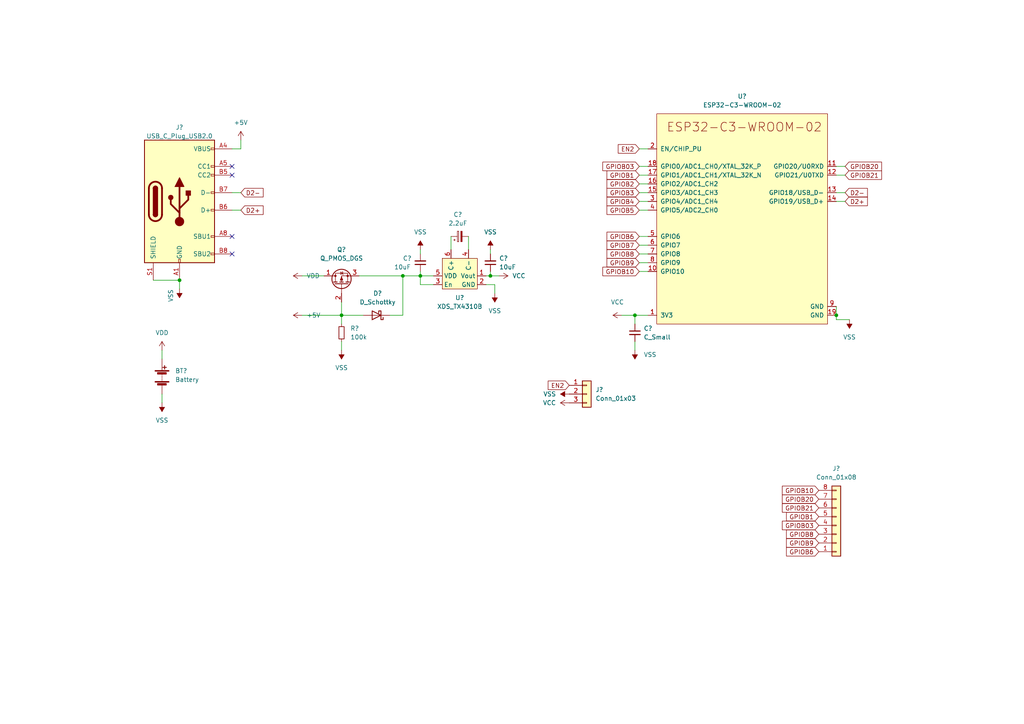
<source format=kicad_sch>
(kicad_sch (version 20211123) (generator eeschema)

  (uuid eb4053df-3425-4172-9c75-a038c34ae051)

  (paper "A4")

  (lib_symbols
    (symbol "BadgePiratesSymbolLibrary:USB_C_Plug_USB2.0" (pin_names (offset 1.016)) (in_bom yes) (on_board yes)
      (property "Reference" "J1" (id 0) (at -10.16 20.32 0)
        (effects (font (size 1.27 1.27)) (justify left))
      )
      (property "Value" "USB_C_Plug_USB2.0" (id 1) (at 2.54 -20.32 0)
        (effects (font (size 1.27 1.27)) (justify left))
      )
      (property "Footprint" "BadgePirates:TYPE-C-31-M-14" (id 2) (at 5.08 -31.75 0)
        (effects (font (size 1.27 1.27)) hide)
      )
      (property "Datasheet" "https://www.usb.org/sites/default/files/documents/usb_type-c.zip" (id 3) (at 5.08 -31.75 0)
        (effects (font (size 1.27 1.27)) hide)
      )
      (property "ki_keywords" "usb universal serial bus type-C USB2.0" (id 4) (at 0 0 0)
        (effects (font (size 1.27 1.27)) hide)
      )
      (property "ki_description" "USB 2.0-only Type-C Plug connector" (id 5) (at 0 0 0)
        (effects (font (size 1.27 1.27)) hide)
      )
      (property "ki_fp_filters" "USB*C*Plug*" (id 6) (at 0 0 0)
        (effects (font (size 1.27 1.27)) hide)
      )
      (symbol "USB_C_Plug_USB2.0_0_0"
        (rectangle (start -0.254 -17.78) (end 0.254 -16.764)
          (stroke (width 0) (type default) (color 0 0 0 0))
          (fill (type none))
        )
        (rectangle (start 10.1232 -14.9825) (end 9.1072 -15.4905)
          (stroke (width 0) (type default) (color 0 0 0 0))
          (fill (type none))
        )
        (rectangle (start 10.1599 -9.9392) (end 9.1439 -10.4472)
          (stroke (width 0) (type default) (color 0 0 0 0))
          (fill (type none))
        )
        (rectangle (start 10.16 -2.286) (end 9.144 -2.794)
          (stroke (width 0) (type default) (color 0 0 0 0))
          (fill (type none))
        )
        (rectangle (start 10.16 2.794) (end 9.144 2.286)
          (stroke (width 0) (type default) (color 0 0 0 0))
          (fill (type none))
        )
        (rectangle (start 10.16 7.874) (end 9.144 7.366)
          (stroke (width 0) (type default) (color 0 0 0 0))
          (fill (type none))
        )
        (rectangle (start 10.16 10.414) (end 9.144 9.906)
          (stroke (width 0) (type default) (color 0 0 0 0))
          (fill (type none))
        )
        (rectangle (start 10.16 15.494) (end 9.144 14.986)
          (stroke (width 0) (type default) (color 0 0 0 0))
          (fill (type none))
        )
        (pin bidirectional line (at 15.24 -10.16 180) (length 5.08)
          (name "SBU1" (effects (font (size 1.27 1.27))))
          (number "A8" (effects (font (size 1.27 1.27))))
        )
        (pin bidirectional line (at 15.24 -2.54 180) (length 5.08)
          (name "D+" (effects (font (size 1.27 1.27))))
          (number "B6" (effects (font (size 1.27 1.27))))
        )
        (pin bidirectional line (at 15.24 2.54 180) (length 5.08)
          (name "D-" (effects (font (size 1.27 1.27))))
          (number "B7" (effects (font (size 1.27 1.27))))
        )
        (pin bidirectional line (at 15.24 -15.24 180) (length 5.08)
          (name "SBU2" (effects (font (size 1.27 1.27))))
          (number "B8" (effects (font (size 1.27 1.27))))
        )
      )
      (symbol "USB_C_Plug_USB2.0_0_1"
        (rectangle (start -10.16 17.78) (end 10.16 -17.78)
          (stroke (width 0.254) (type default) (color 0 0 0 0))
          (fill (type background))
        )
        (arc (start -8.89 -3.81) (mid -6.985 -5.715) (end -5.08 -3.81)
          (stroke (width 0.508) (type default) (color 0 0 0 0))
          (fill (type none))
        )
        (arc (start -7.62 -3.81) (mid -6.985 -4.445) (end -6.35 -3.81)
          (stroke (width 0.254) (type default) (color 0 0 0 0))
          (fill (type none))
        )
        (arc (start -7.62 -3.81) (mid -6.985 -4.445) (end -6.35 -3.81)
          (stroke (width 0.254) (type default) (color 0 0 0 0))
          (fill (type outline))
        )
        (rectangle (start -7.62 -3.81) (end -6.35 3.81)
          (stroke (width 0.254) (type default) (color 0 0 0 0))
          (fill (type outline))
        )
        (arc (start -6.35 3.81) (mid -6.985 4.445) (end -7.62 3.81)
          (stroke (width 0.254) (type default) (color 0 0 0 0))
          (fill (type none))
        )
        (arc (start -6.35 3.81) (mid -6.985 4.445) (end -7.62 3.81)
          (stroke (width 0.254) (type default) (color 0 0 0 0))
          (fill (type outline))
        )
        (arc (start -5.08 3.81) (mid -6.985 5.715) (end -8.89 3.81)
          (stroke (width 0.508) (type default) (color 0 0 0 0))
          (fill (type none))
        )
        (circle (center -2.54 1.143) (radius 0.635)
          (stroke (width 0.254) (type default) (color 0 0 0 0))
          (fill (type outline))
        )
        (circle (center 0 -5.842) (radius 1.27)
          (stroke (width 0) (type default) (color 0 0 0 0))
          (fill (type outline))
        )
        (polyline
          (pts
            (xy -8.89 -3.81)
            (xy -8.89 3.81)
          )
          (stroke (width 0.508) (type default) (color 0 0 0 0))
          (fill (type none))
        )
        (polyline
          (pts
            (xy -5.08 3.81)
            (xy -5.08 -3.81)
          )
          (stroke (width 0.508) (type default) (color 0 0 0 0))
          (fill (type none))
        )
        (polyline
          (pts
            (xy 0 -5.842)
            (xy 0 4.318)
          )
          (stroke (width 0.508) (type default) (color 0 0 0 0))
          (fill (type none))
        )
        (polyline
          (pts
            (xy 0 -3.302)
            (xy -2.54 -0.762)
            (xy -2.54 0.508)
          )
          (stroke (width 0.508) (type default) (color 0 0 0 0))
          (fill (type none))
        )
        (polyline
          (pts
            (xy 0 -2.032)
            (xy 2.54 0.508)
            (xy 2.54 1.778)
          )
          (stroke (width 0.508) (type default) (color 0 0 0 0))
          (fill (type none))
        )
        (polyline
          (pts
            (xy -1.27 4.318)
            (xy 0 6.858)
            (xy 1.27 4.318)
            (xy -1.27 4.318)
          )
          (stroke (width 0.254) (type default) (color 0 0 0 0))
          (fill (type outline))
        )
        (rectangle (start 1.905 1.778) (end 3.175 3.048)
          (stroke (width 0.254) (type default) (color 0 0 0 0))
          (fill (type outline))
        )
      )
      (symbol "USB_C_Plug_USB2.0_1_1"
        (pin passive line (at 0 -22.86 90) (length 5.08)
          (name "GND" (effects (font (size 1.27 1.27))))
          (number "A1" (effects (font (size 1.27 1.27))))
        )
        (pin passive line (at 0 -22.86 90) (length 5.08) hide
          (name "GND" (effects (font (size 1.27 1.27))))
          (number "A12" (effects (font (size 1.27 1.27))))
        )
        (pin passive line (at 15.24 15.24 180) (length 5.08)
          (name "VBUS" (effects (font (size 1.27 1.27))))
          (number "A4" (effects (font (size 1.27 1.27))))
        )
        (pin passive line (at 15.24 10.16 180) (length 5.08)
          (name "CC1" (effects (font (size 1.27 1.27))))
          (number "A5" (effects (font (size 1.27 1.27))))
        )
        (pin bidirectional line (at 15.24 -2.54 180) (length 5.08) hide
          (name "D+" (effects (font (size 1.27 1.27))))
          (number "A6" (effects (font (size 1.27 1.27))))
        )
        (pin bidirectional line (at 15.24 2.54 180) (length 5.08) hide
          (name "D-" (effects (font (size 1.27 1.27))))
          (number "A7" (effects (font (size 1.27 1.27))))
        )
        (pin passive line (at 15.24 15.24 180) (length 5.08) hide
          (name "VBUS" (effects (font (size 1.27 1.27))))
          (number "A9" (effects (font (size 1.27 1.27))))
        )
        (pin passive line (at 0 -22.86 90) (length 5.08) hide
          (name "GND" (effects (font (size 1.27 1.27))))
          (number "B1" (effects (font (size 1.27 1.27))))
        )
        (pin passive line (at 0 -22.86 90) (length 5.08) hide
          (name "GND" (effects (font (size 1.27 1.27))))
          (number "B12" (effects (font (size 1.27 1.27))))
        )
        (pin passive line (at 15.24 15.24 180) (length 5.08) hide
          (name "VBUS" (effects (font (size 1.27 1.27))))
          (number "B4" (effects (font (size 1.27 1.27))))
        )
        (pin passive line (at 15.24 7.62 180) (length 5.08)
          (name "CC2" (effects (font (size 1.27 1.27))))
          (number "B5" (effects (font (size 1.27 1.27))))
        )
        (pin passive line (at 15.24 15.24 180) (length 5.08) hide
          (name "VBUS" (effects (font (size 1.27 1.27))))
          (number "B9" (effects (font (size 1.27 1.27))))
        )
        (pin passive line (at -7.62 -22.86 90) (length 5.08)
          (name "SHIELD" (effects (font (size 1.27 1.27))))
          (number "S1" (effects (font (size 1.27 1.27))))
        )
      )
    )
    (symbol "Connector_Generic:Conn_01x03" (pin_names (offset 1.016) hide) (in_bom yes) (on_board yes)
      (property "Reference" "J" (id 0) (at 0 5.08 0)
        (effects (font (size 1.27 1.27)))
      )
      (property "Value" "Conn_01x03" (id 1) (at 0 -5.08 0)
        (effects (font (size 1.27 1.27)))
      )
      (property "Footprint" "" (id 2) (at 0 0 0)
        (effects (font (size 1.27 1.27)) hide)
      )
      (property "Datasheet" "~" (id 3) (at 0 0 0)
        (effects (font (size 1.27 1.27)) hide)
      )
      (property "ki_keywords" "connector" (id 4) (at 0 0 0)
        (effects (font (size 1.27 1.27)) hide)
      )
      (property "ki_description" "Generic connector, single row, 01x03, script generated (kicad-library-utils/schlib/autogen/connector/)" (id 5) (at 0 0 0)
        (effects (font (size 1.27 1.27)) hide)
      )
      (property "ki_fp_filters" "Connector*:*_1x??_*" (id 6) (at 0 0 0)
        (effects (font (size 1.27 1.27)) hide)
      )
      (symbol "Conn_01x03_1_1"
        (rectangle (start -1.27 -2.413) (end 0 -2.667)
          (stroke (width 0.1524) (type default) (color 0 0 0 0))
          (fill (type none))
        )
        (rectangle (start -1.27 0.127) (end 0 -0.127)
          (stroke (width 0.1524) (type default) (color 0 0 0 0))
          (fill (type none))
        )
        (rectangle (start -1.27 2.667) (end 0 2.413)
          (stroke (width 0.1524) (type default) (color 0 0 0 0))
          (fill (type none))
        )
        (rectangle (start -1.27 3.81) (end 1.27 -3.81)
          (stroke (width 0.254) (type default) (color 0 0 0 0))
          (fill (type background))
        )
        (pin passive line (at -5.08 2.54 0) (length 3.81)
          (name "Pin_1" (effects (font (size 1.27 1.27))))
          (number "1" (effects (font (size 1.27 1.27))))
        )
        (pin passive line (at -5.08 0 0) (length 3.81)
          (name "Pin_2" (effects (font (size 1.27 1.27))))
          (number "2" (effects (font (size 1.27 1.27))))
        )
        (pin passive line (at -5.08 -2.54 0) (length 3.81)
          (name "Pin_3" (effects (font (size 1.27 1.27))))
          (number "3" (effects (font (size 1.27 1.27))))
        )
      )
    )
    (symbol "Connector_Generic:Conn_01x08" (pin_names (offset 1.016) hide) (in_bom yes) (on_board yes)
      (property "Reference" "J" (id 0) (at 0 10.16 0)
        (effects (font (size 1.27 1.27)))
      )
      (property "Value" "Conn_01x08" (id 1) (at 0 -12.7 0)
        (effects (font (size 1.27 1.27)))
      )
      (property "Footprint" "" (id 2) (at 0 0 0)
        (effects (font (size 1.27 1.27)) hide)
      )
      (property "Datasheet" "~" (id 3) (at 0 0 0)
        (effects (font (size 1.27 1.27)) hide)
      )
      (property "ki_keywords" "connector" (id 4) (at 0 0 0)
        (effects (font (size 1.27 1.27)) hide)
      )
      (property "ki_description" "Generic connector, single row, 01x08, script generated (kicad-library-utils/schlib/autogen/connector/)" (id 5) (at 0 0 0)
        (effects (font (size 1.27 1.27)) hide)
      )
      (property "ki_fp_filters" "Connector*:*_1x??_*" (id 6) (at 0 0 0)
        (effects (font (size 1.27 1.27)) hide)
      )
      (symbol "Conn_01x08_1_1"
        (rectangle (start -1.27 -10.033) (end 0 -10.287)
          (stroke (width 0.1524) (type default) (color 0 0 0 0))
          (fill (type none))
        )
        (rectangle (start -1.27 -7.493) (end 0 -7.747)
          (stroke (width 0.1524) (type default) (color 0 0 0 0))
          (fill (type none))
        )
        (rectangle (start -1.27 -4.953) (end 0 -5.207)
          (stroke (width 0.1524) (type default) (color 0 0 0 0))
          (fill (type none))
        )
        (rectangle (start -1.27 -2.413) (end 0 -2.667)
          (stroke (width 0.1524) (type default) (color 0 0 0 0))
          (fill (type none))
        )
        (rectangle (start -1.27 0.127) (end 0 -0.127)
          (stroke (width 0.1524) (type default) (color 0 0 0 0))
          (fill (type none))
        )
        (rectangle (start -1.27 2.667) (end 0 2.413)
          (stroke (width 0.1524) (type default) (color 0 0 0 0))
          (fill (type none))
        )
        (rectangle (start -1.27 5.207) (end 0 4.953)
          (stroke (width 0.1524) (type default) (color 0 0 0 0))
          (fill (type none))
        )
        (rectangle (start -1.27 7.747) (end 0 7.493)
          (stroke (width 0.1524) (type default) (color 0 0 0 0))
          (fill (type none))
        )
        (rectangle (start -1.27 8.89) (end 1.27 -11.43)
          (stroke (width 0.254) (type default) (color 0 0 0 0))
          (fill (type background))
        )
        (pin passive line (at -5.08 7.62 0) (length 3.81)
          (name "Pin_1" (effects (font (size 1.27 1.27))))
          (number "1" (effects (font (size 1.27 1.27))))
        )
        (pin passive line (at -5.08 5.08 0) (length 3.81)
          (name "Pin_2" (effects (font (size 1.27 1.27))))
          (number "2" (effects (font (size 1.27 1.27))))
        )
        (pin passive line (at -5.08 2.54 0) (length 3.81)
          (name "Pin_3" (effects (font (size 1.27 1.27))))
          (number "3" (effects (font (size 1.27 1.27))))
        )
        (pin passive line (at -5.08 0 0) (length 3.81)
          (name "Pin_4" (effects (font (size 1.27 1.27))))
          (number "4" (effects (font (size 1.27 1.27))))
        )
        (pin passive line (at -5.08 -2.54 0) (length 3.81)
          (name "Pin_5" (effects (font (size 1.27 1.27))))
          (number "5" (effects (font (size 1.27 1.27))))
        )
        (pin passive line (at -5.08 -5.08 0) (length 3.81)
          (name "Pin_6" (effects (font (size 1.27 1.27))))
          (number "6" (effects (font (size 1.27 1.27))))
        )
        (pin passive line (at -5.08 -7.62 0) (length 3.81)
          (name "Pin_7" (effects (font (size 1.27 1.27))))
          (number "7" (effects (font (size 1.27 1.27))))
        )
        (pin passive line (at -5.08 -10.16 0) (length 3.81)
          (name "Pin_8" (effects (font (size 1.27 1.27))))
          (number "8" (effects (font (size 1.27 1.27))))
        )
      )
    )
    (symbol "Device:Battery" (pin_numbers hide) (pin_names (offset 0) hide) (in_bom yes) (on_board yes)
      (property "Reference" "BT" (id 0) (at 2.54 2.54 0)
        (effects (font (size 1.27 1.27)) (justify left))
      )
      (property "Value" "Battery" (id 1) (at 2.54 0 0)
        (effects (font (size 1.27 1.27)) (justify left))
      )
      (property "Footprint" "" (id 2) (at 0 1.524 90)
        (effects (font (size 1.27 1.27)) hide)
      )
      (property "Datasheet" "~" (id 3) (at 0 1.524 90)
        (effects (font (size 1.27 1.27)) hide)
      )
      (property "ki_keywords" "batt voltage-source cell" (id 4) (at 0 0 0)
        (effects (font (size 1.27 1.27)) hide)
      )
      (property "ki_description" "Multiple-cell battery" (id 5) (at 0 0 0)
        (effects (font (size 1.27 1.27)) hide)
      )
      (symbol "Battery_0_1"
        (rectangle (start -2.032 -1.397) (end 2.032 -1.651)
          (stroke (width 0) (type default) (color 0 0 0 0))
          (fill (type outline))
        )
        (rectangle (start -2.032 1.778) (end 2.032 1.524)
          (stroke (width 0) (type default) (color 0 0 0 0))
          (fill (type outline))
        )
        (rectangle (start -1.3208 -1.9812) (end 1.27 -2.4892)
          (stroke (width 0) (type default) (color 0 0 0 0))
          (fill (type outline))
        )
        (rectangle (start -1.3208 1.1938) (end 1.27 0.6858)
          (stroke (width 0) (type default) (color 0 0 0 0))
          (fill (type outline))
        )
        (polyline
          (pts
            (xy 0 -1.524)
            (xy 0 -1.27)
          )
          (stroke (width 0) (type default) (color 0 0 0 0))
          (fill (type none))
        )
        (polyline
          (pts
            (xy 0 -1.016)
            (xy 0 -0.762)
          )
          (stroke (width 0) (type default) (color 0 0 0 0))
          (fill (type none))
        )
        (polyline
          (pts
            (xy 0 -0.508)
            (xy 0 -0.254)
          )
          (stroke (width 0) (type default) (color 0 0 0 0))
          (fill (type none))
        )
        (polyline
          (pts
            (xy 0 0)
            (xy 0 0.254)
          )
          (stroke (width 0) (type default) (color 0 0 0 0))
          (fill (type none))
        )
        (polyline
          (pts
            (xy 0 0.508)
            (xy 0 0.762)
          )
          (stroke (width 0) (type default) (color 0 0 0 0))
          (fill (type none))
        )
        (polyline
          (pts
            (xy 0 1.778)
            (xy 0 2.54)
          )
          (stroke (width 0) (type default) (color 0 0 0 0))
          (fill (type none))
        )
        (polyline
          (pts
            (xy 0.254 2.667)
            (xy 1.27 2.667)
          )
          (stroke (width 0.254) (type default) (color 0 0 0 0))
          (fill (type none))
        )
        (polyline
          (pts
            (xy 0.762 3.175)
            (xy 0.762 2.159)
          )
          (stroke (width 0.254) (type default) (color 0 0 0 0))
          (fill (type none))
        )
      )
      (symbol "Battery_1_1"
        (pin passive line (at 0 5.08 270) (length 2.54)
          (name "+" (effects (font (size 1.27 1.27))))
          (number "1" (effects (font (size 1.27 1.27))))
        )
        (pin passive line (at 0 -5.08 90) (length 2.54)
          (name "-" (effects (font (size 1.27 1.27))))
          (number "2" (effects (font (size 1.27 1.27))))
        )
      )
    )
    (symbol "Device:C_Polarized_Small" (pin_numbers hide) (pin_names (offset 0.254) hide) (in_bom yes) (on_board yes)
      (property "Reference" "C" (id 0) (at 0.254 1.778 0)
        (effects (font (size 1.27 1.27)) (justify left))
      )
      (property "Value" "C_Polarized_Small" (id 1) (at 0.254 -2.032 0)
        (effects (font (size 1.27 1.27)) (justify left))
      )
      (property "Footprint" "" (id 2) (at 0 0 0)
        (effects (font (size 1.27 1.27)) hide)
      )
      (property "Datasheet" "~" (id 3) (at 0 0 0)
        (effects (font (size 1.27 1.27)) hide)
      )
      (property "ki_keywords" "cap capacitor" (id 4) (at 0 0 0)
        (effects (font (size 1.27 1.27)) hide)
      )
      (property "ki_description" "Polarized capacitor, small symbol" (id 5) (at 0 0 0)
        (effects (font (size 1.27 1.27)) hide)
      )
      (property "ki_fp_filters" "CP_*" (id 6) (at 0 0 0)
        (effects (font (size 1.27 1.27)) hide)
      )
      (symbol "C_Polarized_Small_0_1"
        (rectangle (start -1.524 -0.3048) (end 1.524 -0.6858)
          (stroke (width 0) (type default) (color 0 0 0 0))
          (fill (type outline))
        )
        (rectangle (start -1.524 0.6858) (end 1.524 0.3048)
          (stroke (width 0) (type default) (color 0 0 0 0))
          (fill (type none))
        )
        (polyline
          (pts
            (xy -1.27 1.524)
            (xy -0.762 1.524)
          )
          (stroke (width 0) (type default) (color 0 0 0 0))
          (fill (type none))
        )
        (polyline
          (pts
            (xy -1.016 1.27)
            (xy -1.016 1.778)
          )
          (stroke (width 0) (type default) (color 0 0 0 0))
          (fill (type none))
        )
      )
      (symbol "C_Polarized_Small_1_1"
        (pin passive line (at 0 2.54 270) (length 1.8542)
          (name "~" (effects (font (size 1.27 1.27))))
          (number "1" (effects (font (size 1.27 1.27))))
        )
        (pin passive line (at 0 -2.54 90) (length 1.8542)
          (name "~" (effects (font (size 1.27 1.27))))
          (number "2" (effects (font (size 1.27 1.27))))
        )
      )
    )
    (symbol "Device:C_Small" (pin_numbers hide) (pin_names (offset 0.254) hide) (in_bom yes) (on_board yes)
      (property "Reference" "C" (id 0) (at 0.254 1.778 0)
        (effects (font (size 1.27 1.27)) (justify left))
      )
      (property "Value" "C_Small" (id 1) (at 0.254 -2.032 0)
        (effects (font (size 1.27 1.27)) (justify left))
      )
      (property "Footprint" "" (id 2) (at 0 0 0)
        (effects (font (size 1.27 1.27)) hide)
      )
      (property "Datasheet" "~" (id 3) (at 0 0 0)
        (effects (font (size 1.27 1.27)) hide)
      )
      (property "ki_keywords" "capacitor cap" (id 4) (at 0 0 0)
        (effects (font (size 1.27 1.27)) hide)
      )
      (property "ki_description" "Unpolarized capacitor, small symbol" (id 5) (at 0 0 0)
        (effects (font (size 1.27 1.27)) hide)
      )
      (property "ki_fp_filters" "C_*" (id 6) (at 0 0 0)
        (effects (font (size 1.27 1.27)) hide)
      )
      (symbol "C_Small_0_1"
        (polyline
          (pts
            (xy -1.524 -0.508)
            (xy 1.524 -0.508)
          )
          (stroke (width 0.3302) (type default) (color 0 0 0 0))
          (fill (type none))
        )
        (polyline
          (pts
            (xy -1.524 0.508)
            (xy 1.524 0.508)
          )
          (stroke (width 0.3048) (type default) (color 0 0 0 0))
          (fill (type none))
        )
      )
      (symbol "C_Small_1_1"
        (pin passive line (at 0 2.54 270) (length 2.032)
          (name "~" (effects (font (size 1.27 1.27))))
          (number "1" (effects (font (size 1.27 1.27))))
        )
        (pin passive line (at 0 -2.54 90) (length 2.032)
          (name "~" (effects (font (size 1.27 1.27))))
          (number "2" (effects (font (size 1.27 1.27))))
        )
      )
    )
    (symbol "Device:D_Schottky" (pin_numbers hide) (pin_names (offset 1.016) hide) (in_bom yes) (on_board yes)
      (property "Reference" "D" (id 0) (at 0 2.54 0)
        (effects (font (size 1.27 1.27)))
      )
      (property "Value" "D_Schottky" (id 1) (at 0 -2.54 0)
        (effects (font (size 1.27 1.27)))
      )
      (property "Footprint" "" (id 2) (at 0 0 0)
        (effects (font (size 1.27 1.27)) hide)
      )
      (property "Datasheet" "~" (id 3) (at 0 0 0)
        (effects (font (size 1.27 1.27)) hide)
      )
      (property "ki_keywords" "diode Schottky" (id 4) (at 0 0 0)
        (effects (font (size 1.27 1.27)) hide)
      )
      (property "ki_description" "Schottky diode" (id 5) (at 0 0 0)
        (effects (font (size 1.27 1.27)) hide)
      )
      (property "ki_fp_filters" "TO-???* *_Diode_* *SingleDiode* D_*" (id 6) (at 0 0 0)
        (effects (font (size 1.27 1.27)) hide)
      )
      (symbol "D_Schottky_0_1"
        (polyline
          (pts
            (xy 1.27 0)
            (xy -1.27 0)
          )
          (stroke (width 0) (type default) (color 0 0 0 0))
          (fill (type none))
        )
        (polyline
          (pts
            (xy 1.27 1.27)
            (xy 1.27 -1.27)
            (xy -1.27 0)
            (xy 1.27 1.27)
          )
          (stroke (width 0.254) (type default) (color 0 0 0 0))
          (fill (type none))
        )
        (polyline
          (pts
            (xy -1.905 0.635)
            (xy -1.905 1.27)
            (xy -1.27 1.27)
            (xy -1.27 -1.27)
            (xy -0.635 -1.27)
            (xy -0.635 -0.635)
          )
          (stroke (width 0.254) (type default) (color 0 0 0 0))
          (fill (type none))
        )
      )
      (symbol "D_Schottky_1_1"
        (pin passive line (at -3.81 0 0) (length 2.54)
          (name "K" (effects (font (size 1.27 1.27))))
          (number "1" (effects (font (size 1.27 1.27))))
        )
        (pin passive line (at 3.81 0 180) (length 2.54)
          (name "A" (effects (font (size 1.27 1.27))))
          (number "2" (effects (font (size 1.27 1.27))))
        )
      )
    )
    (symbol "Device:Q_PMOS_DGS" (pin_names (offset 0) hide) (in_bom yes) (on_board yes)
      (property "Reference" "Q" (id 0) (at 5.08 1.27 0)
        (effects (font (size 1.27 1.27)) (justify left))
      )
      (property "Value" "Q_PMOS_DGS" (id 1) (at 5.08 -1.27 0)
        (effects (font (size 1.27 1.27)) (justify left))
      )
      (property "Footprint" "" (id 2) (at 5.08 2.54 0)
        (effects (font (size 1.27 1.27)) hide)
      )
      (property "Datasheet" "~" (id 3) (at 0 0 0)
        (effects (font (size 1.27 1.27)) hide)
      )
      (property "ki_keywords" "transistor PMOS P-MOS P-MOSFET" (id 4) (at 0 0 0)
        (effects (font (size 1.27 1.27)) hide)
      )
      (property "ki_description" "P-MOSFET transistor, drain/gate/source" (id 5) (at 0 0 0)
        (effects (font (size 1.27 1.27)) hide)
      )
      (symbol "Q_PMOS_DGS_0_1"
        (polyline
          (pts
            (xy 0.254 0)
            (xy -2.54 0)
          )
          (stroke (width 0) (type default) (color 0 0 0 0))
          (fill (type none))
        )
        (polyline
          (pts
            (xy 0.254 1.905)
            (xy 0.254 -1.905)
          )
          (stroke (width 0.254) (type default) (color 0 0 0 0))
          (fill (type none))
        )
        (polyline
          (pts
            (xy 0.762 -1.27)
            (xy 0.762 -2.286)
          )
          (stroke (width 0.254) (type default) (color 0 0 0 0))
          (fill (type none))
        )
        (polyline
          (pts
            (xy 0.762 0.508)
            (xy 0.762 -0.508)
          )
          (stroke (width 0.254) (type default) (color 0 0 0 0))
          (fill (type none))
        )
        (polyline
          (pts
            (xy 0.762 2.286)
            (xy 0.762 1.27)
          )
          (stroke (width 0.254) (type default) (color 0 0 0 0))
          (fill (type none))
        )
        (polyline
          (pts
            (xy 2.54 2.54)
            (xy 2.54 1.778)
          )
          (stroke (width 0) (type default) (color 0 0 0 0))
          (fill (type none))
        )
        (polyline
          (pts
            (xy 2.54 -2.54)
            (xy 2.54 0)
            (xy 0.762 0)
          )
          (stroke (width 0) (type default) (color 0 0 0 0))
          (fill (type none))
        )
        (polyline
          (pts
            (xy 0.762 1.778)
            (xy 3.302 1.778)
            (xy 3.302 -1.778)
            (xy 0.762 -1.778)
          )
          (stroke (width 0) (type default) (color 0 0 0 0))
          (fill (type none))
        )
        (polyline
          (pts
            (xy 2.286 0)
            (xy 1.27 0.381)
            (xy 1.27 -0.381)
            (xy 2.286 0)
          )
          (stroke (width 0) (type default) (color 0 0 0 0))
          (fill (type outline))
        )
        (polyline
          (pts
            (xy 2.794 -0.508)
            (xy 2.921 -0.381)
            (xy 3.683 -0.381)
            (xy 3.81 -0.254)
          )
          (stroke (width 0) (type default) (color 0 0 0 0))
          (fill (type none))
        )
        (polyline
          (pts
            (xy 3.302 -0.381)
            (xy 2.921 0.254)
            (xy 3.683 0.254)
            (xy 3.302 -0.381)
          )
          (stroke (width 0) (type default) (color 0 0 0 0))
          (fill (type none))
        )
        (circle (center 1.651 0) (radius 2.794)
          (stroke (width 0.254) (type default) (color 0 0 0 0))
          (fill (type none))
        )
        (circle (center 2.54 -1.778) (radius 0.254)
          (stroke (width 0) (type default) (color 0 0 0 0))
          (fill (type outline))
        )
        (circle (center 2.54 1.778) (radius 0.254)
          (stroke (width 0) (type default) (color 0 0 0 0))
          (fill (type outline))
        )
      )
      (symbol "Q_PMOS_DGS_1_1"
        (pin passive line (at 2.54 5.08 270) (length 2.54)
          (name "D" (effects (font (size 1.27 1.27))))
          (number "1" (effects (font (size 1.27 1.27))))
        )
        (pin input line (at -5.08 0 0) (length 2.54)
          (name "G" (effects (font (size 1.27 1.27))))
          (number "2" (effects (font (size 1.27 1.27))))
        )
        (pin passive line (at 2.54 -5.08 90) (length 2.54)
          (name "S" (effects (font (size 1.27 1.27))))
          (number "3" (effects (font (size 1.27 1.27))))
        )
      )
    )
    (symbol "Device:R_Small" (pin_numbers hide) (pin_names (offset 0.254) hide) (in_bom yes) (on_board yes)
      (property "Reference" "R" (id 0) (at 0.762 0.508 0)
        (effects (font (size 1.27 1.27)) (justify left))
      )
      (property "Value" "R_Small" (id 1) (at 0.762 -1.016 0)
        (effects (font (size 1.27 1.27)) (justify left))
      )
      (property "Footprint" "" (id 2) (at 0 0 0)
        (effects (font (size 1.27 1.27)) hide)
      )
      (property "Datasheet" "~" (id 3) (at 0 0 0)
        (effects (font (size 1.27 1.27)) hide)
      )
      (property "ki_keywords" "R resistor" (id 4) (at 0 0 0)
        (effects (font (size 1.27 1.27)) hide)
      )
      (property "ki_description" "Resistor, small symbol" (id 5) (at 0 0 0)
        (effects (font (size 1.27 1.27)) hide)
      )
      (property "ki_fp_filters" "R_*" (id 6) (at 0 0 0)
        (effects (font (size 1.27 1.27)) hide)
      )
      (symbol "R_Small_0_1"
        (rectangle (start -0.762 1.778) (end 0.762 -1.778)
          (stroke (width 0.2032) (type default) (color 0 0 0 0))
          (fill (type none))
        )
      )
      (symbol "R_Small_1_1"
        (pin passive line (at 0 2.54 270) (length 0.762)
          (name "~" (effects (font (size 1.27 1.27))))
          (number "1" (effects (font (size 1.27 1.27))))
        )
        (pin passive line (at 0 -2.54 90) (length 0.762)
          (name "~" (effects (font (size 1.27 1.27))))
          (number "2" (effects (font (size 1.27 1.27))))
        )
      )
    )
    (symbol "ESP32_C3:XDS_TX4310B" (in_bom yes) (on_board yes)
      (property "Reference" "U" (id 0) (at 5.08 3.81 0)
        (effects (font (size 1.27 1.27)))
      )
      (property "Value" "XDS_TX4310B" (id 1) (at 0 -7.62 0)
        (effects (font (size 1.27 1.27)))
      )
      (property "Footprint" "" (id 2) (at 0 0 0)
        (effects (font (size 1.27 1.27)) hide)
      )
      (property "Datasheet" "" (id 3) (at 0 0 0)
        (effects (font (size 1.27 1.27)) hide)
      )
      (symbol "XDS_TX4310B_0_1"
        (rectangle (start -5.08 2.54) (end 5.08 -6.35)
          (stroke (width 0.1524) (type default) (color 0 0 0 0))
          (fill (type background))
        )
      )
      (symbol "XDS_TX4310B_1_1"
        (pin input line (at 7.62 -2.54 180) (length 2.54)
          (name "Vout" (effects (font (size 1.27 1.27))))
          (number "1" (effects (font (size 1.27 1.27))))
        )
        (pin input line (at 7.62 -5.08 180) (length 2.54)
          (name "GND" (effects (font (size 1.27 1.27))))
          (number "2" (effects (font (size 1.27 1.27))))
        )
        (pin input line (at -7.62 -5.08 0) (length 2.54)
          (name "En" (effects (font (size 1.27 1.27))))
          (number "3" (effects (font (size 1.27 1.27))))
        )
        (pin input line (at 2.54 5.08 270) (length 2.54)
          (name "C-" (effects (font (size 1.27 1.27))))
          (number "4" (effects (font (size 1.27 1.27))))
        )
        (pin input line (at -7.62 -2.54 0) (length 2.54)
          (name "VDD" (effects (font (size 1.27 1.27))))
          (number "5" (effects (font (size 1.27 1.27))))
        )
        (pin input line (at -2.54 5.08 270) (length 2.54)
          (name "C+" (effects (font (size 1.27 1.27))))
          (number "6" (effects (font (size 1.27 1.27))))
        )
      )
    )
    (symbol "Espressif:ESP32-C3-WROOM-02" (pin_names (offset 1.016)) (in_bom yes) (on_board yes)
      (property "Reference" "U" (id 0) (at 0 33.02 0)
        (effects (font (size 1.27 1.27)))
      )
      (property "Value" "ESP32-C3-WROOM-02" (id 1) (at 0 -30.48 0)
        (effects (font (size 1.27 1.27)))
      )
      (property "Footprint" "Espressif:ESP32-C3-WROOM-02" (id 2) (at 0 -33.02 0)
        (effects (font (size 1.27 1.27)) hide)
      )
      (property "Datasheet" "https://www.espressif.com/sites/default/files/documentation/esp32-c3-wroom-02_datasheet_en.pdf" (id 3) (at -62.23 -33.02 0)
        (effects (font (size 1.27 1.27)) hide)
      )
      (property "ki_keywords" "esp32-c3 module" (id 4) (at 0 0 0)
        (effects (font (size 1.27 1.27)) hide)
      )
      (property "ki_description" "ESP32-C3-WROOM-02 is a general-purpose Wi-Fi and Bluetooth LE module. This module features a rich set of peripherals and high performance, which makes it an ideal choice for smart home, industrial automation, health care, consumer electronics, etc." (id 5) (at 0 0 0)
        (effects (font (size 1.27 1.27)) hide)
      )
      (symbol "ESP32-C3-WROOM-02_0_0"
        (text "ESP32-C3-WROOM-02" (at 1.27 27.94 0)
          (effects (font (size 2.54 2.54)))
        )
      )
      (symbol "ESP32-C3-WROOM-02_0_1"
        (rectangle (start -24.13 31.75) (end 25.4 -29.21)
          (stroke (width 0) (type default) (color 0 0 0 0))
          (fill (type background))
        )
      )
      (symbol "ESP32-C3-WROOM-02_1_1"
        (pin power_in line (at -26.67 -26.67 0) (length 2.54)
          (name "3V3" (effects (font (size 1.27 1.27))))
          (number "1" (effects (font (size 1.27 1.27))))
        )
        (pin bidirectional line (at -26.67 -13.97 0) (length 2.54)
          (name "GPIO10" (effects (font (size 1.27 1.27))))
          (number "10" (effects (font (size 1.27 1.27))))
        )
        (pin bidirectional line (at 27.94 16.51 180) (length 2.54)
          (name "GPIO20/U0RXD" (effects (font (size 1.27 1.27))))
          (number "11" (effects (font (size 1.27 1.27))))
        )
        (pin bidirectional line (at 27.94 13.97 180) (length 2.54)
          (name "GPIO21/U0TXD" (effects (font (size 1.27 1.27))))
          (number "12" (effects (font (size 1.27 1.27))))
        )
        (pin bidirectional line (at 27.94 8.89 180) (length 2.54)
          (name "GPIO18/USB_D-" (effects (font (size 1.27 1.27))))
          (number "13" (effects (font (size 1.27 1.27))))
        )
        (pin bidirectional line (at 27.94 6.35 180) (length 2.54)
          (name "GPIO19/USB_D+" (effects (font (size 1.27 1.27))))
          (number "14" (effects (font (size 1.27 1.27))))
        )
        (pin bidirectional line (at -26.67 8.89 0) (length 2.54)
          (name "GPIO3/ADC1_CH3" (effects (font (size 1.27 1.27))))
          (number "15" (effects (font (size 1.27 1.27))))
        )
        (pin bidirectional line (at -26.67 11.43 0) (length 2.54)
          (name "GPIO2/ADC1_CH2" (effects (font (size 1.27 1.27))))
          (number "16" (effects (font (size 1.27 1.27))))
        )
        (pin bidirectional line (at -26.67 13.97 0) (length 2.54)
          (name "GPIO1/ADC1_CH1/XTAL_32K_N" (effects (font (size 1.27 1.27))))
          (number "17" (effects (font (size 1.27 1.27))))
        )
        (pin bidirectional line (at -26.67 16.51 0) (length 2.54)
          (name "GPIO0/ADC1_CH0/XTAL_32K_P" (effects (font (size 1.27 1.27))))
          (number "18" (effects (font (size 1.27 1.27))))
        )
        (pin power_in line (at 27.94 -26.67 180) (length 2.54)
          (name "GND" (effects (font (size 1.27 1.27))))
          (number "19" (effects (font (size 1.27 1.27))))
        )
        (pin input line (at -26.67 21.59 0) (length 2.54)
          (name "EN/CHIP_PU" (effects (font (size 1.27 1.27))))
          (number "2" (effects (font (size 1.27 1.27))))
        )
        (pin bidirectional line (at -26.67 6.35 0) (length 2.54)
          (name "GPIO4/ADC1_CH4" (effects (font (size 1.27 1.27))))
          (number "3" (effects (font (size 1.27 1.27))))
        )
        (pin bidirectional line (at -26.67 3.81 0) (length 2.54)
          (name "GPIO5/ADC2_CH0" (effects (font (size 1.27 1.27))))
          (number "4" (effects (font (size 1.27 1.27))))
        )
        (pin bidirectional line (at -26.67 -3.81 0) (length 2.54)
          (name "GPIO6" (effects (font (size 1.27 1.27))))
          (number "5" (effects (font (size 1.27 1.27))))
        )
        (pin bidirectional line (at -26.67 -6.35 0) (length 2.54)
          (name "GPIO7" (effects (font (size 1.27 1.27))))
          (number "6" (effects (font (size 1.27 1.27))))
        )
        (pin bidirectional line (at -26.67 -8.89 0) (length 2.54)
          (name "GPIO8" (effects (font (size 1.27 1.27))))
          (number "7" (effects (font (size 1.27 1.27))))
        )
        (pin bidirectional line (at -26.67 -11.43 0) (length 2.54)
          (name "GPIO9" (effects (font (size 1.27 1.27))))
          (number "8" (effects (font (size 1.27 1.27))))
        )
        (pin power_in line (at 27.94 -24.13 180) (length 2.54)
          (name "GND" (effects (font (size 1.27 1.27))))
          (number "9" (effects (font (size 1.27 1.27))))
        )
      )
    )
    (symbol "VSS_1" (power) (pin_names (offset 0)) (in_bom yes) (on_board yes)
      (property "Reference" "#PWR" (id 0) (at 0 -3.81 0)
        (effects (font (size 1.27 1.27)) hide)
      )
      (property "Value" "VSS_1" (id 1) (at 0 3.81 0)
        (effects (font (size 1.27 1.27)))
      )
      (property "Footprint" "" (id 2) (at 0 0 0)
        (effects (font (size 1.27 1.27)) hide)
      )
      (property "Datasheet" "" (id 3) (at 0 0 0)
        (effects (font (size 1.27 1.27)) hide)
      )
      (property "ki_keywords" "global power" (id 4) (at 0 0 0)
        (effects (font (size 1.27 1.27)) hide)
      )
      (property "ki_description" "Power symbol creates a global label with name \"VSS\"" (id 5) (at 0 0 0)
        (effects (font (size 1.27 1.27)) hide)
      )
      (symbol "VSS_1_0_1"
        (polyline
          (pts
            (xy 0 0)
            (xy 0 2.54)
          )
          (stroke (width 0) (type default) (color 0 0 0 0))
          (fill (type none))
        )
        (polyline
          (pts
            (xy 0.762 1.27)
            (xy -0.762 1.27)
            (xy 0 2.54)
            (xy 0.762 1.27)
          )
          (stroke (width 0) (type default) (color 0 0 0 0))
          (fill (type outline))
        )
      )
      (symbol "VSS_1_1_1"
        (pin power_in line (at 0 0 90) (length 0) hide
          (name "VSS" (effects (font (size 1.27 1.27))))
          (number "1" (effects (font (size 1.27 1.27))))
        )
      )
    )
    (symbol "power:+5V" (power) (pin_names (offset 0)) (in_bom yes) (on_board yes)
      (property "Reference" "#PWR" (id 0) (at 0 -3.81 0)
        (effects (font (size 1.27 1.27)) hide)
      )
      (property "Value" "+5V" (id 1) (at 0 3.556 0)
        (effects (font (size 1.27 1.27)))
      )
      (property "Footprint" "" (id 2) (at 0 0 0)
        (effects (font (size 1.27 1.27)) hide)
      )
      (property "Datasheet" "" (id 3) (at 0 0 0)
        (effects (font (size 1.27 1.27)) hide)
      )
      (property "ki_keywords" "power-flag" (id 4) (at 0 0 0)
        (effects (font (size 1.27 1.27)) hide)
      )
      (property "ki_description" "Power symbol creates a global label with name \"+5V\"" (id 5) (at 0 0 0)
        (effects (font (size 1.27 1.27)) hide)
      )
      (symbol "+5V_0_1"
        (polyline
          (pts
            (xy -0.762 1.27)
            (xy 0 2.54)
          )
          (stroke (width 0) (type default) (color 0 0 0 0))
          (fill (type none))
        )
        (polyline
          (pts
            (xy 0 0)
            (xy 0 2.54)
          )
          (stroke (width 0) (type default) (color 0 0 0 0))
          (fill (type none))
        )
        (polyline
          (pts
            (xy 0 2.54)
            (xy 0.762 1.27)
          )
          (stroke (width 0) (type default) (color 0 0 0 0))
          (fill (type none))
        )
      )
      (symbol "+5V_1_1"
        (pin power_in line (at 0 0 90) (length 0) hide
          (name "+5V" (effects (font (size 1.27 1.27))))
          (number "1" (effects (font (size 1.27 1.27))))
        )
      )
    )
    (symbol "power:VCC" (power) (pin_names (offset 0)) (in_bom yes) (on_board yes)
      (property "Reference" "#PWR" (id 0) (at 0 -3.81 0)
        (effects (font (size 1.27 1.27)) hide)
      )
      (property "Value" "VCC" (id 1) (at 0 3.81 0)
        (effects (font (size 1.27 1.27)))
      )
      (property "Footprint" "" (id 2) (at 0 0 0)
        (effects (font (size 1.27 1.27)) hide)
      )
      (property "Datasheet" "" (id 3) (at 0 0 0)
        (effects (font (size 1.27 1.27)) hide)
      )
      (property "ki_keywords" "power-flag" (id 4) (at 0 0 0)
        (effects (font (size 1.27 1.27)) hide)
      )
      (property "ki_description" "Power symbol creates a global label with name \"VCC\"" (id 5) (at 0 0 0)
        (effects (font (size 1.27 1.27)) hide)
      )
      (symbol "VCC_0_1"
        (polyline
          (pts
            (xy -0.762 1.27)
            (xy 0 2.54)
          )
          (stroke (width 0) (type default) (color 0 0 0 0))
          (fill (type none))
        )
        (polyline
          (pts
            (xy 0 0)
            (xy 0 2.54)
          )
          (stroke (width 0) (type default) (color 0 0 0 0))
          (fill (type none))
        )
        (polyline
          (pts
            (xy 0 2.54)
            (xy 0.762 1.27)
          )
          (stroke (width 0) (type default) (color 0 0 0 0))
          (fill (type none))
        )
      )
      (symbol "VCC_1_1"
        (pin power_in line (at 0 0 90) (length 0) hide
          (name "VCC" (effects (font (size 1.27 1.27))))
          (number "1" (effects (font (size 1.27 1.27))))
        )
      )
    )
    (symbol "power:VDD" (power) (pin_names (offset 0)) (in_bom yes) (on_board yes)
      (property "Reference" "#PWR" (id 0) (at 0 -3.81 0)
        (effects (font (size 1.27 1.27)) hide)
      )
      (property "Value" "VDD" (id 1) (at 0 3.81 0)
        (effects (font (size 1.27 1.27)))
      )
      (property "Footprint" "" (id 2) (at 0 0 0)
        (effects (font (size 1.27 1.27)) hide)
      )
      (property "Datasheet" "" (id 3) (at 0 0 0)
        (effects (font (size 1.27 1.27)) hide)
      )
      (property "ki_keywords" "global power" (id 4) (at 0 0 0)
        (effects (font (size 1.27 1.27)) hide)
      )
      (property "ki_description" "Power symbol creates a global label with name \"VDD\"" (id 5) (at 0 0 0)
        (effects (font (size 1.27 1.27)) hide)
      )
      (symbol "VDD_0_1"
        (polyline
          (pts
            (xy -0.762 1.27)
            (xy 0 2.54)
          )
          (stroke (width 0) (type default) (color 0 0 0 0))
          (fill (type none))
        )
        (polyline
          (pts
            (xy 0 0)
            (xy 0 2.54)
          )
          (stroke (width 0) (type default) (color 0 0 0 0))
          (fill (type none))
        )
        (polyline
          (pts
            (xy 0 2.54)
            (xy 0.762 1.27)
          )
          (stroke (width 0) (type default) (color 0 0 0 0))
          (fill (type none))
        )
      )
      (symbol "VDD_1_1"
        (pin power_in line (at 0 0 90) (length 0) hide
          (name "VDD" (effects (font (size 1.27 1.27))))
          (number "1" (effects (font (size 1.27 1.27))))
        )
      )
    )
    (symbol "power:VSS" (power) (pin_names (offset 0)) (in_bom yes) (on_board yes)
      (property "Reference" "#PWR" (id 0) (at 0 -3.81 0)
        (effects (font (size 1.27 1.27)) hide)
      )
      (property "Value" "VSS" (id 1) (at 0 3.81 0)
        (effects (font (size 1.27 1.27)))
      )
      (property "Footprint" "" (id 2) (at 0 0 0)
        (effects (font (size 1.27 1.27)) hide)
      )
      (property "Datasheet" "" (id 3) (at 0 0 0)
        (effects (font (size 1.27 1.27)) hide)
      )
      (property "ki_keywords" "power-flag" (id 4) (at 0 0 0)
        (effects (font (size 1.27 1.27)) hide)
      )
      (property "ki_description" "Power symbol creates a global label with name \"VSS\"" (id 5) (at 0 0 0)
        (effects (font (size 1.27 1.27)) hide)
      )
      (symbol "VSS_0_1"
        (polyline
          (pts
            (xy 0 0)
            (xy 0 2.54)
          )
          (stroke (width 0) (type default) (color 0 0 0 0))
          (fill (type none))
        )
        (polyline
          (pts
            (xy 0.762 1.27)
            (xy -0.762 1.27)
            (xy 0 2.54)
            (xy 0.762 1.27)
          )
          (stroke (width 0) (type default) (color 0 0 0 0))
          (fill (type outline))
        )
      )
      (symbol "VSS_1_1"
        (pin power_in line (at 0 0 90) (length 0) hide
          (name "VSS" (effects (font (size 1.27 1.27))))
          (number "1" (effects (font (size 1.27 1.27))))
        )
      )
    )
  )

  (junction (at 116.84 80.01) (diameter 0) (color 0 0 0 0)
    (uuid 36d20bda-e345-4a7b-960d-8bd77945411b)
  )
  (junction (at 242.57 91.44) (diameter 0) (color 0 0 0 0)
    (uuid 4fc2524b-5473-48e5-8fd5-120b6a61bb33)
  )
  (junction (at 99.06 91.44) (diameter 0) (color 0 0 0 0)
    (uuid 7c0e156a-8b57-4248-9cce-2a55c5442ca9)
  )
  (junction (at 52.07 81.28) (diameter 0) (color 0 0 0 0)
    (uuid 7d699715-4bae-4c3d-befb-20c77bf9078a)
  )
  (junction (at 142.24 80.01) (diameter 0) (color 0 0 0 0)
    (uuid a77d523d-e957-4aba-9674-0ad1b6da9e48)
  )
  (junction (at 121.92 80.01) (diameter 0) (color 0 0 0 0)
    (uuid f457fe1c-d103-4d6a-8879-1a8d2c71d66c)
  )
  (junction (at 184.15 91.44) (diameter 0) (color 0 0 0 0)
    (uuid fceca0f7-99a3-4930-99d9-c3653bf25a07)
  )

  (no_connect (at 67.31 48.26) (uuid 45c7f5df-3911-43f4-bbbc-a2aeb51675af))
  (no_connect (at 67.31 73.66) (uuid 7d69bc9e-2531-46dd-b024-34bd4dda037d))
  (no_connect (at 67.31 50.8) (uuid a9e9664d-405c-474b-8467-9ea13603c7a9))
  (no_connect (at 67.31 68.58) (uuid c6540b55-da0e-47c3-8081-3141db77f54b))

  (wire (pts (xy 142.24 72.39) (xy 142.24 73.66))
    (stroke (width 0) (type default) (color 0 0 0 0))
    (uuid 01e96e7e-00ce-485a-87d4-ebefc8ddba00)
  )
  (wire (pts (xy 104.14 80.01) (xy 116.84 80.01))
    (stroke (width 0) (type default) (color 0 0 0 0))
    (uuid 0975bb8f-9f0e-466d-a6cc-3a15da6baa4e)
  )
  (wire (pts (xy 113.03 91.44) (xy 116.84 91.44))
    (stroke (width 0) (type default) (color 0 0 0 0))
    (uuid 19e1e2a3-15cf-405f-8193-688195e45e13)
  )
  (wire (pts (xy 180.34 91.44) (xy 184.15 91.44))
    (stroke (width 0) (type default) (color 0 0 0 0))
    (uuid 1a6e46b1-b1d4-4bdc-a309-2e413f50a43e)
  )
  (wire (pts (xy 185.42 43.18) (xy 187.96 43.18))
    (stroke (width 0) (type default) (color 0 0 0 0))
    (uuid 1f4a7e2a-5003-46f5-8a96-731e6a707f38)
  )
  (wire (pts (xy 67.31 55.88) (xy 69.85 55.88))
    (stroke (width 0) (type default) (color 0 0 0 0))
    (uuid 22a785c6-bf4b-4de6-82b8-e27fd5e71527)
  )
  (wire (pts (xy 121.92 82.55) (xy 121.92 80.01))
    (stroke (width 0) (type default) (color 0 0 0 0))
    (uuid 24784625-3092-45aa-ba07-f38170276b05)
  )
  (wire (pts (xy 99.06 87.63) (xy 99.06 91.44))
    (stroke (width 0) (type default) (color 0 0 0 0))
    (uuid 250ab2d5-fbec-4783-8d68-54b16d2a6616)
  )
  (wire (pts (xy 99.06 99.06) (xy 99.06 101.6))
    (stroke (width 0) (type default) (color 0 0 0 0))
    (uuid 28db8e31-bee9-4398-8ccc-e4155818ebe4)
  )
  (wire (pts (xy 185.42 71.12) (xy 187.96 71.12))
    (stroke (width 0) (type default) (color 0 0 0 0))
    (uuid 2c358a3c-f796-47ba-824a-39f7c771ae54)
  )
  (wire (pts (xy 140.97 80.01) (xy 142.24 80.01))
    (stroke (width 0) (type default) (color 0 0 0 0))
    (uuid 2d87d0e6-0a59-49e3-8134-9fd3c68ff4b0)
  )
  (wire (pts (xy 143.51 82.55) (xy 140.97 82.55))
    (stroke (width 0) (type default) (color 0 0 0 0))
    (uuid 2dbd0634-7ae3-45d4-9d46-bad6d31ab8a8)
  )
  (wire (pts (xy 185.42 68.58) (xy 187.96 68.58))
    (stroke (width 0) (type default) (color 0 0 0 0))
    (uuid 3062c22c-0151-4fda-9a93-6e46b7598f48)
  )
  (wire (pts (xy 185.42 50.8) (xy 187.96 50.8))
    (stroke (width 0) (type default) (color 0 0 0 0))
    (uuid 34cc1e46-4db0-4294-b155-578278277935)
  )
  (wire (pts (xy 46.99 114.3) (xy 46.99 116.84))
    (stroke (width 0) (type default) (color 0 0 0 0))
    (uuid 363b2a58-6877-4a4d-97f1-68e5ff0e7ba8)
  )
  (wire (pts (xy 67.31 43.18) (xy 69.85 43.18))
    (stroke (width 0) (type default) (color 0 0 0 0))
    (uuid 38afe198-5189-448d-a6b1-89e7058ab59c)
  )
  (wire (pts (xy 135.89 68.58) (xy 135.89 72.39))
    (stroke (width 0) (type default) (color 0 0 0 0))
    (uuid 3f9edaa0-991d-4fb9-abba-81dc413849d0)
  )
  (wire (pts (xy 121.92 80.01) (xy 125.73 80.01))
    (stroke (width 0) (type default) (color 0 0 0 0))
    (uuid 40a1500c-147d-4106-b6b6-ad6cca792a1d)
  )
  (wire (pts (xy 121.92 72.39) (xy 121.92 73.66))
    (stroke (width 0) (type default) (color 0 0 0 0))
    (uuid 42bf2006-8d30-4f8e-b08b-e66fa8014607)
  )
  (wire (pts (xy 185.42 55.88) (xy 187.96 55.88))
    (stroke (width 0) (type default) (color 0 0 0 0))
    (uuid 4d6ffb70-42a2-4dae-8e9a-192bad357b72)
  )
  (wire (pts (xy 242.57 88.9) (xy 242.57 91.44))
    (stroke (width 0) (type default) (color 0 0 0 0))
    (uuid 4f38cab9-74ec-4b46-98ae-c29c7ba5cd87)
  )
  (wire (pts (xy 184.15 91.44) (xy 187.96 91.44))
    (stroke (width 0) (type default) (color 0 0 0 0))
    (uuid 4fa74326-e538-44d4-81af-c025444bf114)
  )
  (wire (pts (xy 116.84 80.01) (xy 121.92 80.01))
    (stroke (width 0) (type default) (color 0 0 0 0))
    (uuid 549e5d7f-30d0-479d-ac57-5bf48467fdb1)
  )
  (wire (pts (xy 185.42 53.34) (xy 187.96 53.34))
    (stroke (width 0) (type default) (color 0 0 0 0))
    (uuid 5a432205-4b65-4a43-9a32-6b05917f3456)
  )
  (wire (pts (xy 242.57 58.42) (xy 245.11 58.42))
    (stroke (width 0) (type default) (color 0 0 0 0))
    (uuid 61091595-8f04-4be5-ad3f-fab34c4e85e9)
  )
  (wire (pts (xy 184.15 91.44) (xy 184.15 93.98))
    (stroke (width 0) (type default) (color 0 0 0 0))
    (uuid 61f3a1df-a500-48d0-bf1e-a258b077df5e)
  )
  (wire (pts (xy 185.42 58.42) (xy 187.96 58.42))
    (stroke (width 0) (type default) (color 0 0 0 0))
    (uuid 637db9c7-e869-4e45-bc74-42322c945097)
  )
  (wire (pts (xy 242.57 92.71) (xy 246.38 92.71))
    (stroke (width 0) (type default) (color 0 0 0 0))
    (uuid 6a805da5-f560-413f-ad86-fad4a6ba5784)
  )
  (wire (pts (xy 46.99 101.6) (xy 46.99 104.14))
    (stroke (width 0) (type default) (color 0 0 0 0))
    (uuid 72af0c9e-6c1e-4b5c-912b-55ce2dab85f7)
  )
  (wire (pts (xy 99.06 93.98) (xy 99.06 91.44))
    (stroke (width 0) (type default) (color 0 0 0 0))
    (uuid 73886017-8751-48b2-8896-850e6e6869bd)
  )
  (wire (pts (xy 242.57 50.8) (xy 245.11 50.8))
    (stroke (width 0) (type default) (color 0 0 0 0))
    (uuid 7b5e0295-4c9d-48dd-808f-6e4f1e48d8c1)
  )
  (wire (pts (xy 184.15 99.06) (xy 184.15 101.6))
    (stroke (width 0) (type default) (color 0 0 0 0))
    (uuid 81c576c1-0f1b-4b59-b9ef-cc939a05bbc0)
  )
  (wire (pts (xy 87.63 80.01) (xy 93.98 80.01))
    (stroke (width 0) (type default) (color 0 0 0 0))
    (uuid 8417b217-5483-451e-90c3-16a8b24b471f)
  )
  (wire (pts (xy 242.57 91.44) (xy 242.57 92.71))
    (stroke (width 0) (type default) (color 0 0 0 0))
    (uuid 8e921b28-be3c-419b-ade8-d3cdb67aeed1)
  )
  (wire (pts (xy 52.07 81.28) (xy 52.07 83.82))
    (stroke (width 0) (type default) (color 0 0 0 0))
    (uuid 92f8358d-4ae5-49fa-8930-8933938dca43)
  )
  (wire (pts (xy 242.57 48.26) (xy 245.11 48.26))
    (stroke (width 0) (type default) (color 0 0 0 0))
    (uuid 999a9614-4dcb-40fa-966b-84e91a3019be)
  )
  (wire (pts (xy 185.42 48.26) (xy 187.96 48.26))
    (stroke (width 0) (type default) (color 0 0 0 0))
    (uuid 9e8e5f7d-5de9-44e0-9e62-74b442d526c0)
  )
  (wire (pts (xy 116.84 91.44) (xy 116.84 80.01))
    (stroke (width 0) (type default) (color 0 0 0 0))
    (uuid a4aa491a-c676-4a90-950b-ac19a6fce559)
  )
  (wire (pts (xy 143.51 85.09) (xy 143.51 82.55))
    (stroke (width 0) (type default) (color 0 0 0 0))
    (uuid a915bd0b-1291-4a6c-9903-e2bca7efbfdc)
  )
  (wire (pts (xy 185.42 73.66) (xy 187.96 73.66))
    (stroke (width 0) (type default) (color 0 0 0 0))
    (uuid afd427c3-ee64-49aa-9a24-b79b5a0cb138)
  )
  (wire (pts (xy 185.42 60.96) (xy 187.96 60.96))
    (stroke (width 0) (type default) (color 0 0 0 0))
    (uuid b66709c3-2122-4466-8331-7e97df0e1a34)
  )
  (wire (pts (xy 67.31 60.96) (xy 69.85 60.96))
    (stroke (width 0) (type default) (color 0 0 0 0))
    (uuid bb00d3ad-50d9-46f0-891c-5d240c9e5969)
  )
  (wire (pts (xy 44.45 81.28) (xy 52.07 81.28))
    (stroke (width 0) (type default) (color 0 0 0 0))
    (uuid bd88546e-9d66-4521-877e-123b88fa1436)
  )
  (wire (pts (xy 99.06 91.44) (xy 105.41 91.44))
    (stroke (width 0) (type default) (color 0 0 0 0))
    (uuid bf702200-e9d4-4ba5-93b4-6c291b261b49)
  )
  (wire (pts (xy 87.63 91.44) (xy 99.06 91.44))
    (stroke (width 0) (type default) (color 0 0 0 0))
    (uuid bff9c83e-e125-43c3-bc0b-03fc2aec3973)
  )
  (wire (pts (xy 185.42 76.2) (xy 187.96 76.2))
    (stroke (width 0) (type default) (color 0 0 0 0))
    (uuid c0869c17-5715-4554-9a9f-497c99d2f278)
  )
  (wire (pts (xy 121.92 78.74) (xy 121.92 80.01))
    (stroke (width 0) (type default) (color 0 0 0 0))
    (uuid c8c18133-6d16-4494-a4d4-c402de171409)
  )
  (wire (pts (xy 242.57 55.88) (xy 245.11 55.88))
    (stroke (width 0) (type default) (color 0 0 0 0))
    (uuid c96a5c19-1a74-4bba-975f-a5b126472d2d)
  )
  (wire (pts (xy 125.73 82.55) (xy 121.92 82.55))
    (stroke (width 0) (type default) (color 0 0 0 0))
    (uuid ce335d11-68c0-409a-af5c-a3836fdc6eeb)
  )
  (wire (pts (xy 130.81 68.58) (xy 130.81 72.39))
    (stroke (width 0) (type default) (color 0 0 0 0))
    (uuid cfb532eb-8f35-46ed-89af-045651b6f9c2)
  )
  (wire (pts (xy 142.24 78.74) (xy 142.24 80.01))
    (stroke (width 0) (type default) (color 0 0 0 0))
    (uuid daf36700-c843-4f6c-9234-4e218e08672e)
  )
  (wire (pts (xy 142.24 80.01) (xy 144.78 80.01))
    (stroke (width 0) (type default) (color 0 0 0 0))
    (uuid e43da947-f29a-4ac9-b6f3-c7e4cc4fc8cc)
  )
  (wire (pts (xy 69.85 43.18) (xy 69.85 40.64))
    (stroke (width 0) (type default) (color 0 0 0 0))
    (uuid f9b2756c-5abc-40a4-997f-7163c702a577)
  )
  (wire (pts (xy 185.42 78.74) (xy 187.96 78.74))
    (stroke (width 0) (type default) (color 0 0 0 0))
    (uuid fad05f82-7566-4c6a-948f-17d5719f2026)
  )

  (global_label "GPIOB5" (shape input) (at 185.42 60.96 180) (fields_autoplaced)
    (effects (font (size 1.27 1.27)) (justify right))
    (uuid 0d27d5e3-1e66-4c2b-8861-509eac6a88c1)
    (property "Intersheet References" "${INTERSHEET_REFS}" (id 0) (at 176.0521 60.8806 0)
      (effects (font (size 1.27 1.27)) (justify right) hide)
    )
  )
  (global_label "GPIOB2" (shape input) (at 185.42 53.34 180) (fields_autoplaced)
    (effects (font (size 1.27 1.27)) (justify right))
    (uuid 147cb002-b960-44c8-87bd-0ba3661c946e)
    (property "Intersheet References" "${INTERSHEET_REFS}" (id 0) (at 176.0521 53.2606 0)
      (effects (font (size 1.27 1.27)) (justify right) hide)
    )
  )
  (global_label "GPIOB10" (shape input) (at 185.42 78.74 180) (fields_autoplaced)
    (effects (font (size 1.27 1.27)) (justify right))
    (uuid 29e317f1-07c4-4fec-8558-39ff13a5af9b)
    (property "Intersheet References" "${INTERSHEET_REFS}" (id 0) (at 174.8426 78.6606 0)
      (effects (font (size 1.27 1.27)) (justify right) hide)
    )
  )
  (global_label "GPIOB20" (shape input) (at 237.49 144.78 180) (fields_autoplaced)
    (effects (font (size 1.27 1.27)) (justify right))
    (uuid 2a2e3867-44c0-4330-b1a8-d502ed05f86f)
    (property "Intersheet References" "${INTERSHEET_REFS}" (id 0) (at 226.9126 144.7006 0)
      (effects (font (size 1.27 1.27)) (justify right) hide)
    )
  )
  (global_label "D2-" (shape input) (at 245.11 55.88 0) (fields_autoplaced)
    (effects (font (size 1.27 1.27)) (justify left))
    (uuid 2a61c302-0dcc-42b0-b4c1-e5d38fdb392b)
    (property "Intersheet References" "${INTERSHEET_REFS}" (id 0) (at 251.575 55.8006 0)
      (effects (font (size 1.27 1.27)) (justify left) hide)
    )
  )
  (global_label "GPIOB03" (shape input) (at 237.49 152.4 180) (fields_autoplaced)
    (effects (font (size 1.27 1.27)) (justify right))
    (uuid 337f2635-315c-4720-8cc9-43a1af846716)
    (property "Intersheet References" "${INTERSHEET_REFS}" (id 0) (at 226.9126 152.3206 0)
      (effects (font (size 1.27 1.27)) (justify right) hide)
    )
  )
  (global_label "GPIOB4" (shape input) (at 185.42 58.42 180) (fields_autoplaced)
    (effects (font (size 1.27 1.27)) (justify right))
    (uuid 37c38dfa-0b10-48e1-8ab6-65eaee868197)
    (property "Intersheet References" "${INTERSHEET_REFS}" (id 0) (at 176.0521 58.3406 0)
      (effects (font (size 1.27 1.27)) (justify right) hide)
    )
  )
  (global_label "GPIOB1" (shape input) (at 185.42 50.8 180) (fields_autoplaced)
    (effects (font (size 1.27 1.27)) (justify right))
    (uuid 3d290584-3f61-4dc7-9874-77a226ca11cf)
    (property "Intersheet References" "${INTERSHEET_REFS}" (id 0) (at 176.0521 50.7206 0)
      (effects (font (size 1.27 1.27)) (justify right) hide)
    )
  )
  (global_label "GPIOB20" (shape input) (at 245.11 48.26 0) (fields_autoplaced)
    (effects (font (size 1.27 1.27)) (justify left))
    (uuid 42074314-5dca-476e-aa10-db4f19b03cdc)
    (property "Intersheet References" "${INTERSHEET_REFS}" (id 0) (at 255.6874 48.1806 0)
      (effects (font (size 1.27 1.27)) (justify left) hide)
    )
  )
  (global_label "D2+" (shape input) (at 69.85 60.96 0) (fields_autoplaced)
    (effects (font (size 1.27 1.27)) (justify left))
    (uuid 4d1ac222-f692-4f8b-a696-eb201f2e13e8)
    (property "Intersheet References" "${INTERSHEET_REFS}" (id 0) (at 76.315 60.8806 0)
      (effects (font (size 1.27 1.27)) (justify left) hide)
    )
  )
  (global_label "GPIOB10" (shape input) (at 237.49 142.24 180) (fields_autoplaced)
    (effects (font (size 1.27 1.27)) (justify right))
    (uuid 51135837-8caa-4760-94e5-10c9eec17682)
    (property "Intersheet References" "${INTERSHEET_REFS}" (id 0) (at 226.9126 142.1606 0)
      (effects (font (size 1.27 1.27)) (justify right) hide)
    )
  )
  (global_label "D2+" (shape input) (at 245.11 58.42 0) (fields_autoplaced)
    (effects (font (size 1.27 1.27)) (justify left))
    (uuid 56ef8e3f-9258-4c01-a2a2-f978174de2fb)
    (property "Intersheet References" "${INTERSHEET_REFS}" (id 0) (at 251.575 58.3406 0)
      (effects (font (size 1.27 1.27)) (justify left) hide)
    )
  )
  (global_label "D2-" (shape input) (at 69.85 55.88 0) (fields_autoplaced)
    (effects (font (size 1.27 1.27)) (justify left))
    (uuid 5f96ae9f-3cd4-419f-997f-1394687376a0)
    (property "Intersheet References" "${INTERSHEET_REFS}" (id 0) (at 76.315 55.8006 0)
      (effects (font (size 1.27 1.27)) (justify left) hide)
    )
  )
  (global_label "GPIOB6" (shape input) (at 237.49 160.02 180) (fields_autoplaced)
    (effects (font (size 1.27 1.27)) (justify right))
    (uuid 69e1fb66-38c3-4e76-8dde-62e931a63d91)
    (property "Intersheet References" "${INTERSHEET_REFS}" (id 0) (at 228.1221 159.9406 0)
      (effects (font (size 1.27 1.27)) (justify right) hide)
    )
  )
  (global_label "GPIOB21" (shape input) (at 245.11 50.8 0) (fields_autoplaced)
    (effects (font (size 1.27 1.27)) (justify left))
    (uuid 8a1e48ba-3c4f-4c05-aa83-ae5fff994903)
    (property "Intersheet References" "${INTERSHEET_REFS}" (id 0) (at 255.6874 50.7206 0)
      (effects (font (size 1.27 1.27)) (justify left) hide)
    )
  )
  (global_label "GPIOB9" (shape input) (at 237.49 157.48 180) (fields_autoplaced)
    (effects (font (size 1.27 1.27)) (justify right))
    (uuid 8b93f3be-3008-446c-8798-23e299b4dcab)
    (property "Intersheet References" "${INTERSHEET_REFS}" (id 0) (at 228.1221 157.4006 0)
      (effects (font (size 1.27 1.27)) (justify right) hide)
    )
  )
  (global_label "EN2" (shape input) (at 185.42 43.18 180) (fields_autoplaced)
    (effects (font (size 1.27 1.27)) (justify right))
    (uuid 8be2361d-71d7-4138-9916-b66b9e7bad0d)
    (property "Intersheet References" "${INTERSHEET_REFS}" (id 0) (at 179.3179 43.1006 0)
      (effects (font (size 1.27 1.27)) (justify right) hide)
    )
  )
  (global_label "EN2" (shape input) (at 165.1 111.76 180) (fields_autoplaced)
    (effects (font (size 1.27 1.27)) (justify right))
    (uuid 96ec9649-8e87-4da0-8689-46d7a6a78ac8)
    (property "Intersheet References" "${INTERSHEET_REFS}" (id 0) (at 159.0868 111.6806 0)
      (effects (font (size 1.27 1.27)) (justify right) hide)
    )
  )
  (global_label "GPIOB7" (shape input) (at 185.42 71.12 180) (fields_autoplaced)
    (effects (font (size 1.27 1.27)) (justify right))
    (uuid 9af8317b-8470-4c5d-a0d8-d45cd7f9702d)
    (property "Intersheet References" "${INTERSHEET_REFS}" (id 0) (at 176.0521 71.0406 0)
      (effects (font (size 1.27 1.27)) (justify right) hide)
    )
  )
  (global_label "GPIOB21" (shape input) (at 237.49 147.32 180) (fields_autoplaced)
    (effects (font (size 1.27 1.27)) (justify right))
    (uuid a0a50b9b-07f1-4f33-96cf-9def39707ca7)
    (property "Intersheet References" "${INTERSHEET_REFS}" (id 0) (at 226.9126 147.2406 0)
      (effects (font (size 1.27 1.27)) (justify right) hide)
    )
  )
  (global_label "GPIOB8" (shape input) (at 185.42 73.66 180) (fields_autoplaced)
    (effects (font (size 1.27 1.27)) (justify right))
    (uuid a6b15597-b321-4a66-9d82-0a17ed2d831c)
    (property "Intersheet References" "${INTERSHEET_REFS}" (id 0) (at 176.0521 73.5806 0)
      (effects (font (size 1.27 1.27)) (justify right) hide)
    )
  )
  (global_label "GPIOB3" (shape input) (at 185.42 55.88 180) (fields_autoplaced)
    (effects (font (size 1.27 1.27)) (justify right))
    (uuid b1932e94-12c8-4a30-b645-5aabbd9166d3)
    (property "Intersheet References" "${INTERSHEET_REFS}" (id 0) (at 176.0521 55.8006 0)
      (effects (font (size 1.27 1.27)) (justify right) hide)
    )
  )
  (global_label "GPIOB9" (shape input) (at 185.42 76.2 180) (fields_autoplaced)
    (effects (font (size 1.27 1.27)) (justify right))
    (uuid b5e24c9a-1a2d-4cf8-9a6a-89f90a443685)
    (property "Intersheet References" "${INTERSHEET_REFS}" (id 0) (at 176.0521 76.1206 0)
      (effects (font (size 1.27 1.27)) (justify right) hide)
    )
  )
  (global_label "GPIOB8" (shape input) (at 237.49 154.94 180) (fields_autoplaced)
    (effects (font (size 1.27 1.27)) (justify right))
    (uuid dce85d52-b467-4601-9a1b-d766bea00666)
    (property "Intersheet References" "${INTERSHEET_REFS}" (id 0) (at 228.1221 154.8606 0)
      (effects (font (size 1.27 1.27)) (justify right) hide)
    )
  )
  (global_label "GPIOB6" (shape input) (at 185.42 68.58 180) (fields_autoplaced)
    (effects (font (size 1.27 1.27)) (justify right))
    (uuid e10dd364-c0df-4c2d-b549-6700809a6b12)
    (property "Intersheet References" "${INTERSHEET_REFS}" (id 0) (at 176.0521 68.5006 0)
      (effects (font (size 1.27 1.27)) (justify right) hide)
    )
  )
  (global_label "GPIOB1" (shape input) (at 237.49 149.86 180) (fields_autoplaced)
    (effects (font (size 1.27 1.27)) (justify right))
    (uuid ee5b8bef-b7ed-45c6-9504-bc188ce0a880)
    (property "Intersheet References" "${INTERSHEET_REFS}" (id 0) (at 228.1221 149.7806 0)
      (effects (font (size 1.27 1.27)) (justify right) hide)
    )
  )
  (global_label "GPIOB03" (shape input) (at 185.42 48.26 180) (fields_autoplaced)
    (effects (font (size 1.27 1.27)) (justify right))
    (uuid fa326d5c-1f86-4f4c-ba97-761707ee387e)
    (property "Intersheet References" "${INTERSHEET_REFS}" (id 0) (at 174.8426 48.1806 0)
      (effects (font (size 1.27 1.27)) (justify right) hide)
    )
  )

  (symbol (lib_id "power:VSS") (at 246.38 92.71 180) (unit 1)
    (in_bom yes) (on_board yes) (fields_autoplaced)
    (uuid 116f470a-824f-404a-bdc0-dc1ba8662842)
    (property "Reference" "#PWR?" (id 0) (at 246.38 88.9 0)
      (effects (font (size 1.27 1.27)) hide)
    )
    (property "Value" "VSS" (id 1) (at 246.38 97.79 0))
    (property "Footprint" "" (id 2) (at 246.38 92.71 0)
      (effects (font (size 1.27 1.27)) hide)
    )
    (property "Datasheet" "" (id 3) (at 246.38 92.71 0)
      (effects (font (size 1.27 1.27)) hide)
    )
    (pin "1" (uuid 54454691-8bad-4585-b33c-27246781b911))
  )

  (symbol (lib_id "power:VSS") (at 52.07 83.82 180) (unit 1)
    (in_bom yes) (on_board yes)
    (uuid 1679d8a9-c4f0-4a11-8f42-41329d0b60a8)
    (property "Reference" "#PWR?" (id 0) (at 52.07 80.01 0)
      (effects (font (size 1.27 1.27)) hide)
    )
    (property "Value" "VSS" (id 1) (at 49.53 87.63 90)
      (effects (font (size 1.27 1.27)) (justify right))
    )
    (property "Footprint" "" (id 2) (at 52.07 83.82 0)
      (effects (font (size 1.27 1.27)) hide)
    )
    (property "Datasheet" "" (id 3) (at 52.07 83.82 0)
      (effects (font (size 1.27 1.27)) hide)
    )
    (pin "1" (uuid d9bf9eb8-6993-45df-966b-9b42f202b457))
  )

  (symbol (lib_id "power:VDD") (at 87.63 80.01 90) (unit 1)
    (in_bom yes) (on_board yes) (fields_autoplaced)
    (uuid 178ccbbc-9fac-48c5-a047-ac8ea557b57d)
    (property "Reference" "#PWR?" (id 0) (at 91.44 80.01 0)
      (effects (font (size 1.27 1.27)) hide)
    )
    (property "Value" "VDD" (id 1) (at 88.9 80.0099 90)
      (effects (font (size 1.27 1.27)) (justify right))
    )
    (property "Footprint" "" (id 2) (at 87.63 80.01 0)
      (effects (font (size 1.27 1.27)) hide)
    )
    (property "Datasheet" "" (id 3) (at 87.63 80.01 0)
      (effects (font (size 1.27 1.27)) hide)
    )
    (pin "1" (uuid 638b95ad-2329-4a22-ab48-1824403bae4d))
  )

  (symbol (lib_id "Device:D_Schottky") (at 109.22 91.44 180) (unit 1)
    (in_bom yes) (on_board yes) (fields_autoplaced)
    (uuid 181d3d8b-3eab-476f-80dc-581ed6d1afc5)
    (property "Reference" "D?" (id 0) (at 109.5375 85.09 0))
    (property "Value" "D_Schottky" (id 1) (at 109.5375 87.63 0))
    (property "Footprint" "" (id 2) (at 109.22 91.44 0)
      (effects (font (size 1.27 1.27)) hide)
    )
    (property "Datasheet" "~" (id 3) (at 109.22 91.44 0)
      (effects (font (size 1.27 1.27)) hide)
    )
    (pin "1" (uuid 6e22f778-e81a-49ab-9e93-48901d70bcbc))
    (pin "2" (uuid b96d0266-60ce-4029-b2e4-7d6a5b6169c0))
  )

  (symbol (lib_id "power:VCC") (at 165.1 116.84 90) (unit 1)
    (in_bom yes) (on_board yes) (fields_autoplaced)
    (uuid 2649a838-a83a-4f7a-8f63-9d3d6ee15073)
    (property "Reference" "#PWR?" (id 0) (at 168.91 116.84 0)
      (effects (font (size 1.27 1.27)) hide)
    )
    (property "Value" "VCC" (id 1) (at 161.29 116.8399 90)
      (effects (font (size 1.27 1.27)) (justify left))
    )
    (property "Footprint" "" (id 2) (at 165.1 116.84 0)
      (effects (font (size 1.27 1.27)) hide)
    )
    (property "Datasheet" "" (id 3) (at 165.1 116.84 0)
      (effects (font (size 1.27 1.27)) hide)
    )
    (pin "1" (uuid ce85cc55-a3a9-41c6-8a1c-2469ed202093))
  )

  (symbol (lib_id "Espressif:ESP32-C3-WROOM-02") (at 214.63 64.77 0) (unit 1)
    (in_bom yes) (on_board yes) (fields_autoplaced)
    (uuid 3176e15e-e8ac-434a-b204-93c7cf26fe24)
    (property "Reference" "U?" (id 0) (at 215.265 27.94 0))
    (property "Value" "ESP32-C3-WROOM-02" (id 1) (at 215.265 30.48 0))
    (property "Footprint" "Espressif:ESP32-C3-WROOM-02" (id 2) (at 214.63 97.79 0)
      (effects (font (size 1.27 1.27)) hide)
    )
    (property "Datasheet" "https://www.espressif.com/sites/default/files/documentation/esp32-c3-wroom-02_datasheet_en.pdf" (id 3) (at 152.4 97.79 0)
      (effects (font (size 1.27 1.27)) hide)
    )
    (pin "1" (uuid ee03e61d-fd19-4af1-b920-9256bd0959cd))
    (pin "10" (uuid 822b42af-f3c0-47a1-851a-27de79ce4e5e))
    (pin "11" (uuid 5fc7a6c4-3c15-4acf-aa67-54747729f715))
    (pin "12" (uuid c5dba2d6-7133-433c-a3e6-fadf00e9c66f))
    (pin "13" (uuid fc5468d3-c2d6-473c-985c-d3e71bedb8d5))
    (pin "14" (uuid d0daf5ec-0e1a-4dc6-a038-eda52c4d6d10))
    (pin "15" (uuid 8f06c1b1-b5e1-43a3-bfd6-76ce1758b803))
    (pin "16" (uuid 71437d97-e89a-4ce2-992a-7b4634f7c00f))
    (pin "17" (uuid be82d7f3-780f-42a7-a5e9-255594f259ad))
    (pin "18" (uuid 47fa5dcd-90d7-4ff6-ab71-7ff906e3a596))
    (pin "19" (uuid c10b845d-c2af-4522-8811-42e55a6ecfcb))
    (pin "2" (uuid 799773b4-a928-498c-94a5-73b5f8dd9202))
    (pin "3" (uuid 26cf6942-997a-4c05-91fe-4ecc8b17ea89))
    (pin "4" (uuid dd9b5630-1add-419d-a0a9-5599b849c3e0))
    (pin "5" (uuid 6015e46b-7ebf-4034-8dc8-d6289f452f21))
    (pin "6" (uuid a63f800b-9843-4f06-8ae9-b5f8ae734288))
    (pin "7" (uuid 3cb37ac1-80ca-4876-a5a1-2458ee644b4e))
    (pin "8" (uuid cc8410a4-338b-4495-b183-1c272651143b))
    (pin "9" (uuid eb3d00ce-873e-41f5-b285-5d059a8a08eb))
  )

  (symbol (lib_id "power:VSS") (at 142.24 72.39 0) (unit 1)
    (in_bom yes) (on_board yes) (fields_autoplaced)
    (uuid 3a7b8249-3ba8-469d-9759-3d53dbc1bd42)
    (property "Reference" "#PWR?" (id 0) (at 142.24 76.2 0)
      (effects (font (size 1.27 1.27)) hide)
    )
    (property "Value" "VSS" (id 1) (at 142.24 67.31 0))
    (property "Footprint" "" (id 2) (at 142.24 72.39 0)
      (effects (font (size 1.27 1.27)) hide)
    )
    (property "Datasheet" "" (id 3) (at 142.24 72.39 0)
      (effects (font (size 1.27 1.27)) hide)
    )
    (pin "1" (uuid 2588196d-8591-47d5-a090-3454d4807b08))
  )

  (symbol (lib_id "power:+5V") (at 69.85 40.64 0) (unit 1)
    (in_bom yes) (on_board yes) (fields_autoplaced)
    (uuid 4813753b-4fa2-4fba-b33e-3476883f26cb)
    (property "Reference" "#PWR?" (id 0) (at 69.85 44.45 0)
      (effects (font (size 1.27 1.27)) hide)
    )
    (property "Value" "+5V" (id 1) (at 69.85 35.56 0))
    (property "Footprint" "" (id 2) (at 69.85 40.64 0)
      (effects (font (size 1.27 1.27)) hide)
    )
    (property "Datasheet" "" (id 3) (at 69.85 40.64 0)
      (effects (font (size 1.27 1.27)) hide)
    )
    (pin "1" (uuid 41181da5-a357-4803-873b-26cab6c74c36))
  )

  (symbol (lib_id "power:VSS") (at 121.92 72.39 0) (unit 1)
    (in_bom yes) (on_board yes) (fields_autoplaced)
    (uuid 56666115-fbf7-4d66-ba47-898c88d865a0)
    (property "Reference" "#PWR?" (id 0) (at 121.92 76.2 0)
      (effects (font (size 1.27 1.27)) hide)
    )
    (property "Value" "VSS" (id 1) (at 121.92 67.31 0))
    (property "Footprint" "" (id 2) (at 121.92 72.39 0)
      (effects (font (size 1.27 1.27)) hide)
    )
    (property "Datasheet" "" (id 3) (at 121.92 72.39 0)
      (effects (font (size 1.27 1.27)) hide)
    )
    (pin "1" (uuid 81562cfa-391e-4e41-b4f9-790b9abf1593))
  )

  (symbol (lib_id "Connector_Generic:Conn_01x03") (at 170.18 114.3 0) (unit 1)
    (in_bom yes) (on_board yes) (fields_autoplaced)
    (uuid 588985e7-3bc9-4460-8cba-a53bd80430d8)
    (property "Reference" "J?" (id 0) (at 172.72 113.0299 0)
      (effects (font (size 1.27 1.27)) (justify left))
    )
    (property "Value" "Conn_01x03" (id 1) (at 172.72 115.5699 0)
      (effects (font (size 1.27 1.27)) (justify left))
    )
    (property "Footprint" "Connector_PinHeader_2.54mm:PinHeader_1x03_P2.54mm_Vertical" (id 2) (at 170.18 114.3 0)
      (effects (font (size 1.27 1.27)) hide)
    )
    (property "Datasheet" "~" (id 3) (at 170.18 114.3 0)
      (effects (font (size 1.27 1.27)) hide)
    )
    (pin "1" (uuid 0a0d7ac3-43ac-4261-8376-e0dcb611ced8))
    (pin "2" (uuid 42336935-5e90-4c84-a8c3-9e53bb4c352b))
    (pin "3" (uuid a8dcac4d-572e-4474-8e7a-30f156aa1612))
  )

  (symbol (lib_id "Device:C_Small") (at 121.92 76.2 180) (unit 1)
    (in_bom yes) (on_board yes)
    (uuid 59b87247-a43b-4ab1-b91f-32cac2368137)
    (property "Reference" "C?" (id 0) (at 116.84 74.93 0)
      (effects (font (size 1.27 1.27)) (justify right))
    )
    (property "Value" "10uF" (id 1) (at 114.3 77.47 0)
      (effects (font (size 1.27 1.27)) (justify right))
    )
    (property "Footprint" "Capacitor_SMD:C_0805_2012Metric" (id 2) (at 121.92 76.2 0)
      (effects (font (size 1.27 1.27)) hide)
    )
    (property "Datasheet" "~" (id 3) (at 121.92 76.2 0)
      (effects (font (size 1.27 1.27)) hide)
    )
    (pin "1" (uuid d79bdd4b-dbf1-442d-aa2b-d36d1d12ad04))
    (pin "2" (uuid 83b18a35-b6d7-414d-94d1-e4e690bd68cb))
  )

  (symbol (lib_id "power:+5V") (at 87.63 91.44 90) (unit 1)
    (in_bom yes) (on_board yes) (fields_autoplaced)
    (uuid 59df0fb9-b727-4153-99a1-7bcf53fae427)
    (property "Reference" "#PWR?" (id 0) (at 91.44 91.44 0)
      (effects (font (size 1.27 1.27)) hide)
    )
    (property "Value" "+5V" (id 1) (at 88.9 91.4399 90)
      (effects (font (size 1.27 1.27)) (justify right))
    )
    (property "Footprint" "" (id 2) (at 87.63 91.44 0)
      (effects (font (size 1.27 1.27)) hide)
    )
    (property "Datasheet" "" (id 3) (at 87.63 91.44 0)
      (effects (font (size 1.27 1.27)) hide)
    )
    (pin "1" (uuid e79bec5e-11b9-4a70-8d41-300ac1c59343))
  )

  (symbol (lib_id "ESP32_C3:XDS_TX4310B") (at 133.35 77.47 0) (unit 1)
    (in_bom yes) (on_board yes) (fields_autoplaced)
    (uuid 5b222564-6bcf-4675-b634-7215514a8161)
    (property "Reference" "U?" (id 0) (at 133.35 86.36 0))
    (property "Value" "XDS_TX4310B" (id 1) (at 133.35 88.9 0))
    (property "Footprint" "Package_TO_SOT_SMD:TSOT-23-6_HandSoldering" (id 2) (at 133.35 77.47 0)
      (effects (font (size 1.27 1.27)) hide)
    )
    (property "Datasheet" "" (id 3) (at 133.35 77.47 0)
      (effects (font (size 1.27 1.27)) hide)
    )
    (pin "1" (uuid 6ce90ccc-6d50-4e2c-9e24-781e1c26b094))
    (pin "2" (uuid d56fdd2d-dd0a-477b-b4e1-bf86e47a4365))
    (pin "3" (uuid 9e7cae36-5106-41e5-b9c2-5788ba102afa))
    (pin "4" (uuid 30e00635-70f0-4963-8a9e-25ac18e255ed))
    (pin "5" (uuid 69fb5856-5e48-473e-9e94-f0e6fb065417))
    (pin "6" (uuid b0757ec1-2552-477d-b276-b3e739b2017e))
  )

  (symbol (lib_id "Device:R_Small") (at 99.06 96.52 0) (unit 1)
    (in_bom yes) (on_board yes) (fields_autoplaced)
    (uuid 61f36572-4cef-4160-8e6c-83745eb596db)
    (property "Reference" "R?" (id 0) (at 101.6 95.2499 0)
      (effects (font (size 1.27 1.27)) (justify left))
    )
    (property "Value" "100k" (id 1) (at 101.6 97.7899 0)
      (effects (font (size 1.27 1.27)) (justify left))
    )
    (property "Footprint" "" (id 2) (at 99.06 96.52 0)
      (effects (font (size 1.27 1.27)) hide)
    )
    (property "Datasheet" "~" (id 3) (at 99.06 96.52 0)
      (effects (font (size 1.27 1.27)) hide)
    )
    (pin "1" (uuid e478e955-f60a-489e-ab52-e9d3ab52ae8e))
    (pin "2" (uuid ae5e37b5-58be-402a-90b1-e89cc3cc830d))
  )

  (symbol (lib_id "Device:C_Polarized_Small") (at 133.35 68.58 90) (unit 1)
    (in_bom yes) (on_board yes) (fields_autoplaced)
    (uuid 8d00a20c-b390-4a0c-a0aa-2ec5525e1ad1)
    (property "Reference" "C?" (id 0) (at 132.8039 62.23 90))
    (property "Value" "2.2uF" (id 1) (at 132.8039 64.77 90))
    (property "Footprint" "" (id 2) (at 133.35 68.58 0)
      (effects (font (size 1.27 1.27)) hide)
    )
    (property "Datasheet" "~" (id 3) (at 133.35 68.58 0)
      (effects (font (size 1.27 1.27)) hide)
    )
    (pin "1" (uuid 0f2bf717-2344-48f8-a861-4513e70757e5))
    (pin "2" (uuid de7bb9f9-3715-4921-9b23-0fc208dfd5e3))
  )

  (symbol (lib_id "Device:C_Small") (at 142.24 76.2 180) (unit 1)
    (in_bom yes) (on_board yes) (fields_autoplaced)
    (uuid 8fd10803-030b-4598-9e03-03a58327d381)
    (property "Reference" "C?" (id 0) (at 144.78 74.9235 0)
      (effects (font (size 1.27 1.27)) (justify right))
    )
    (property "Value" "10uF" (id 1) (at 144.78 77.4635 0)
      (effects (font (size 1.27 1.27)) (justify right))
    )
    (property "Footprint" "Capacitor_SMD:C_0805_2012Metric" (id 2) (at 142.24 76.2 0)
      (effects (font (size 1.27 1.27)) hide)
    )
    (property "Datasheet" "~" (id 3) (at 142.24 76.2 0)
      (effects (font (size 1.27 1.27)) hide)
    )
    (pin "1" (uuid 0b79194a-db1b-4157-acd3-d93b00e2e413))
    (pin "2" (uuid fb088c90-65aa-4814-911e-f6f31848adee))
  )

  (symbol (lib_id "power:VSS") (at 165.1 114.3 90) (unit 1)
    (in_bom yes) (on_board yes) (fields_autoplaced)
    (uuid 9e9f21c4-77ce-4ceb-8021-8cddc5c92960)
    (property "Reference" "#PWR?" (id 0) (at 168.91 114.3 0)
      (effects (font (size 1.27 1.27)) hide)
    )
    (property "Value" "VSS" (id 1) (at 161.29 114.2999 90)
      (effects (font (size 1.27 1.27)) (justify left))
    )
    (property "Footprint" "" (id 2) (at 165.1 114.3 0)
      (effects (font (size 1.27 1.27)) hide)
    )
    (property "Datasheet" "" (id 3) (at 165.1 114.3 0)
      (effects (font (size 1.27 1.27)) hide)
    )
    (pin "1" (uuid ee61304f-10b6-4709-a3a0-4671aec0ca2b))
  )

  (symbol (lib_id "Device:C_Small") (at 184.15 96.52 0) (unit 1)
    (in_bom yes) (on_board yes) (fields_autoplaced)
    (uuid a65ef4b3-77bf-477a-b943-9fdd06db3965)
    (property "Reference" "C?" (id 0) (at 186.69 95.2562 0)
      (effects (font (size 1.27 1.27)) (justify left))
    )
    (property "Value" "C_Small" (id 1) (at 186.69 97.7962 0)
      (effects (font (size 1.27 1.27)) (justify left))
    )
    (property "Footprint" "Capacitor_SMD:C_0805_2012Metric" (id 2) (at 184.15 96.52 0)
      (effects (font (size 1.27 1.27)) hide)
    )
    (property "Datasheet" "~" (id 3) (at 184.15 96.52 0)
      (effects (font (size 1.27 1.27)) hide)
    )
    (pin "1" (uuid 8c7f4368-f373-4d96-8743-2124215b7ea5))
    (pin "2" (uuid 044a3382-d2af-43e1-8945-15de6103951d))
  )

  (symbol (lib_id "power:VCC") (at 144.78 80.01 270) (unit 1)
    (in_bom yes) (on_board yes) (fields_autoplaced)
    (uuid a93ba49e-e738-4abb-8fe0-d6b86163c21f)
    (property "Reference" "#PWR?" (id 0) (at 140.97 80.01 0)
      (effects (font (size 1.27 1.27)) hide)
    )
    (property "Value" "VCC" (id 1) (at 148.59 80.0099 90)
      (effects (font (size 1.27 1.27)) (justify left))
    )
    (property "Footprint" "" (id 2) (at 144.78 80.01 0)
      (effects (font (size 1.27 1.27)) hide)
    )
    (property "Datasheet" "" (id 3) (at 144.78 80.01 0)
      (effects (font (size 1.27 1.27)) hide)
    )
    (pin "1" (uuid 5c0f506e-cf65-4287-a968-789c34f9f9bd))
  )

  (symbol (lib_id "Device:Battery") (at 46.99 109.22 0) (unit 1)
    (in_bom yes) (on_board yes) (fields_autoplaced)
    (uuid ab76f163-bea0-4f3a-a51a-8fe1527a1b47)
    (property "Reference" "BT?" (id 0) (at 50.8 107.5689 0)
      (effects (font (size 1.27 1.27)) (justify left))
    )
    (property "Value" "Battery" (id 1) (at 50.8 110.1089 0)
      (effects (font (size 1.27 1.27)) (justify left))
    )
    (property "Footprint" "" (id 2) (at 46.99 107.696 90)
      (effects (font (size 1.27 1.27)) hide)
    )
    (property "Datasheet" "~" (id 3) (at 46.99 107.696 90)
      (effects (font (size 1.27 1.27)) hide)
    )
    (pin "1" (uuid d375ecad-f189-4824-9334-fcb5e7108163))
    (pin "2" (uuid 064fee70-93b3-49c0-84b8-9c071b1b592e))
  )

  (symbol (lib_id "BadgePiratesSymbolLibrary:USB_C_Plug_USB2.0") (at 52.07 58.42 0) (unit 1)
    (in_bom yes) (on_board yes) (fields_autoplaced)
    (uuid bab16151-fd31-45ee-945f-2bd2c0250e53)
    (property "Reference" "J?" (id 0) (at 52.07 36.9402 0))
    (property "Value" "USB_C_Plug_USB2.0" (id 1) (at 52.07 39.4771 0))
    (property "Footprint" "BadgePirates:USB_C_Receptical-Jing" (id 2) (at 57.15 90.17 0)
      (effects (font (size 1.27 1.27)) hide)
    )
    (property "Datasheet" "https://www.usb.org/sites/default/files/documents/usb_type-c.zip" (id 3) (at 57.15 90.17 0)
      (effects (font (size 1.27 1.27)) hide)
    )
    (pin "A8" (uuid 4d2a4b34-a2cd-4e70-ab13-ec1407691eea))
    (pin "B6" (uuid a4772a57-881e-47c4-a0bc-0d5e258bd89e))
    (pin "B7" (uuid a8d93cf4-aeb5-48f6-a82d-fce08fd3c047))
    (pin "B8" (uuid 9c3e504b-8891-4811-ad11-4c389b7335e7))
    (pin "A1" (uuid 4e71a570-3907-40e3-8d10-151990f76561))
    (pin "A12" (uuid 9ca67e0e-33c1-41ca-ae94-4fe2a8d4e6dc))
    (pin "A4" (uuid d3eff518-ebb2-4ef1-a623-f0b8001a4575))
    (pin "A5" (uuid f76a449d-28a5-4777-81a5-c7bbf249f3b8))
    (pin "A6" (uuid 359f5eed-0b85-47d5-aa4d-a3ef10907943))
    (pin "A7" (uuid 80bea6c8-d95c-479d-ac2c-bfff0321e078))
    (pin "A9" (uuid 987f3d68-7c26-4fe6-83b7-9ee8e3e4ab9d))
    (pin "B1" (uuid 9bc8a71c-bc12-4572-85f2-6abc9f4fda41))
    (pin "B12" (uuid 3431ea2c-bc73-43fb-9aba-c929d51e5e7b))
    (pin "B4" (uuid 5f825cc0-449d-41c4-a271-6114d3217946))
    (pin "B5" (uuid 99af77d7-4114-428f-b599-cd7b46c9597d))
    (pin "B9" (uuid 1fe6dfbe-26ca-4fc5-b316-5eab02cf77bf))
    (pin "S1" (uuid 52f80f65-e01e-4cee-ade4-2d8fa043ed8f))
  )

  (symbol (lib_id "power:VSS") (at 184.15 101.6 180) (unit 1)
    (in_bom yes) (on_board yes) (fields_autoplaced)
    (uuid bc338269-4caf-4da1-9acc-619b0ce3d8a9)
    (property "Reference" "#PWR?" (id 0) (at 184.15 97.79 0)
      (effects (font (size 1.27 1.27)) hide)
    )
    (property "Value" "VSS" (id 1) (at 186.69 102.8699 0)
      (effects (font (size 1.27 1.27)) (justify right))
    )
    (property "Footprint" "" (id 2) (at 184.15 101.6 0)
      (effects (font (size 1.27 1.27)) hide)
    )
    (property "Datasheet" "" (id 3) (at 184.15 101.6 0)
      (effects (font (size 1.27 1.27)) hide)
    )
    (pin "1" (uuid 56957784-fa5a-4384-b256-7b45263a6f3c))
  )

  (symbol (lib_id "power:VSS") (at 99.06 101.6 180) (unit 1)
    (in_bom yes) (on_board yes) (fields_autoplaced)
    (uuid befa5343-5ce2-4c2c-b093-f56009cd75ac)
    (property "Reference" "#PWR?" (id 0) (at 99.06 97.79 0)
      (effects (font (size 1.27 1.27)) hide)
    )
    (property "Value" "VSS" (id 1) (at 99.06 106.68 0))
    (property "Footprint" "" (id 2) (at 99.06 101.6 0)
      (effects (font (size 1.27 1.27)) hide)
    )
    (property "Datasheet" "" (id 3) (at 99.06 101.6 0)
      (effects (font (size 1.27 1.27)) hide)
    )
    (pin "1" (uuid 97a0c8fc-d580-4bc9-8844-2e8f772eabb7))
  )

  (symbol (lib_name "VSS_1") (lib_id "power:VSS") (at 46.99 116.84 180) (unit 1)
    (in_bom yes) (on_board yes) (fields_autoplaced)
    (uuid cd3e834f-e077-4251-9089-2feb8cff3c9e)
    (property "Reference" "#PWR?" (id 0) (at 46.99 113.03 0)
      (effects (font (size 1.27 1.27)) hide)
    )
    (property "Value" "VSS" (id 1) (at 46.99 121.92 0))
    (property "Footprint" "" (id 2) (at 46.99 116.84 0)
      (effects (font (size 1.27 1.27)) hide)
    )
    (property "Datasheet" "" (id 3) (at 46.99 116.84 0)
      (effects (font (size 1.27 1.27)) hide)
    )
    (pin "1" (uuid 8d6500ff-267c-439a-992a-82b853a976cf))
  )

  (symbol (lib_id "Device:Q_PMOS_DGS") (at 99.06 82.55 90) (unit 1)
    (in_bom yes) (on_board yes) (fields_autoplaced)
    (uuid e6dd5792-bac2-4c3c-b548-5ec6b7138185)
    (property "Reference" "Q?" (id 0) (at 99.06 72.39 90))
    (property "Value" "Q_PMOS_DGS" (id 1) (at 99.06 74.93 90))
    (property "Footprint" "" (id 2) (at 96.52 77.47 0)
      (effects (font (size 1.27 1.27)) hide)
    )
    (property "Datasheet" "~" (id 3) (at 99.06 82.55 0)
      (effects (font (size 1.27 1.27)) hide)
    )
    (pin "1" (uuid 11414235-66be-4f15-b97a-38e455fe90b6))
    (pin "2" (uuid 4bc278c7-fb27-474e-b10a-4497d5837c3d))
    (pin "3" (uuid 0413a332-1c7b-45d8-9801-8e30e9c11966))
  )

  (symbol (lib_id "power:VSS") (at 143.51 85.09 180) (unit 1)
    (in_bom yes) (on_board yes) (fields_autoplaced)
    (uuid e8e364b5-ddc1-41e3-97f0-73e8df8fe40a)
    (property "Reference" "#PWR?" (id 0) (at 143.51 81.28 0)
      (effects (font (size 1.27 1.27)) hide)
    )
    (property "Value" "VSS" (id 1) (at 143.51 90.17 0))
    (property "Footprint" "" (id 2) (at 143.51 85.09 0)
      (effects (font (size 1.27 1.27)) hide)
    )
    (property "Datasheet" "" (id 3) (at 143.51 85.09 0)
      (effects (font (size 1.27 1.27)) hide)
    )
    (pin "1" (uuid 3714285a-bd44-4b1c-88fc-49cd8983ef0a))
  )

  (symbol (lib_id "power:VCC") (at 180.34 91.44 90) (unit 1)
    (in_bom yes) (on_board yes) (fields_autoplaced)
    (uuid f6d907ef-63a1-4178-ae3d-dfa806306591)
    (property "Reference" "#PWR?" (id 0) (at 184.15 91.44 0)
      (effects (font (size 1.27 1.27)) hide)
    )
    (property "Value" "VCC" (id 1) (at 179.07 87.63 90))
    (property "Footprint" "" (id 2) (at 180.34 91.44 0)
      (effects (font (size 1.27 1.27)) hide)
    )
    (property "Datasheet" "" (id 3) (at 180.34 91.44 0)
      (effects (font (size 1.27 1.27)) hide)
    )
    (pin "1" (uuid d03bbbee-0894-4853-8b3c-59da9b983a8e))
  )

  (symbol (lib_id "power:VDD") (at 46.99 101.6 0) (unit 1)
    (in_bom yes) (on_board yes) (fields_autoplaced)
    (uuid f7672315-2738-4d42-bdb0-a2f03fe3a2ba)
    (property "Reference" "#PWR?" (id 0) (at 46.99 105.41 0)
      (effects (font (size 1.27 1.27)) hide)
    )
    (property "Value" "VDD" (id 1) (at 46.99 96.52 0))
    (property "Footprint" "" (id 2) (at 46.99 101.6 0)
      (effects (font (size 1.27 1.27)) hide)
    )
    (property "Datasheet" "" (id 3) (at 46.99 101.6 0)
      (effects (font (size 1.27 1.27)) hide)
    )
    (pin "1" (uuid db915f79-ff2f-4a32-9425-6c4c6ab3a99b))
  )

  (symbol (lib_id "Connector_Generic:Conn_01x08") (at 242.57 152.4 0) (mirror x) (unit 1)
    (in_bom yes) (on_board yes) (fields_autoplaced)
    (uuid fc2d0850-08ce-4756-b4ce-750344408d51)
    (property "Reference" "J?" (id 0) (at 242.57 135.89 0))
    (property "Value" "Conn_01x08" (id 1) (at 242.57 138.43 0))
    (property "Footprint" "Connector_PinHeader_2.54mm:PinHeader_1x08_P2.54mm_Vertical" (id 2) (at 242.57 152.4 0)
      (effects (font (size 1.27 1.27)) hide)
    )
    (property "Datasheet" "~" (id 3) (at 242.57 152.4 0)
      (effects (font (size 1.27 1.27)) hide)
    )
    (pin "1" (uuid 9d8e59a1-72d7-4fe8-832a-2f9b6d27ba3b))
    (pin "2" (uuid 13029342-771e-4022-9c9c-546e02a0daa5))
    (pin "3" (uuid 5139e718-e565-4a54-be85-d8d0f2258232))
    (pin "4" (uuid baf8e13d-ffb3-4903-a87d-54de1e2fe2f6))
    (pin "5" (uuid 2a613f69-4926-4d04-88da-3e866e3db835))
    (pin "6" (uuid 4a4bafbe-b12c-42da-a82a-4026e34546df))
    (pin "7" (uuid f76feb7c-ca26-41d9-ad94-448502530565))
    (pin "8" (uuid 2fa885a8-7698-4402-ab71-49e19b2def0a))
  )

  (sheet_instances
    (path "/" (page "1"))
  )

  (symbol_instances
    (path "/116f470a-824f-404a-bdc0-dc1ba8662842"
      (reference "#PWR?") (unit 1) (value "VSS") (footprint "")
    )
    (path "/1679d8a9-c4f0-4a11-8f42-41329d0b60a8"
      (reference "#PWR?") (unit 1) (value "VSS") (footprint "")
    )
    (path "/178ccbbc-9fac-48c5-a047-ac8ea557b57d"
      (reference "#PWR?") (unit 1) (value "VDD") (footprint "")
    )
    (path "/2649a838-a83a-4f7a-8f63-9d3d6ee15073"
      (reference "#PWR?") (unit 1) (value "VCC") (footprint "")
    )
    (path "/3a7b8249-3ba8-469d-9759-3d53dbc1bd42"
      (reference "#PWR?") (unit 1) (value "VSS") (footprint "")
    )
    (path "/4813753b-4fa2-4fba-b33e-3476883f26cb"
      (reference "#PWR?") (unit 1) (value "+5V") (footprint "")
    )
    (path "/56666115-fbf7-4d66-ba47-898c88d865a0"
      (reference "#PWR?") (unit 1) (value "VSS") (footprint "")
    )
    (path "/59df0fb9-b727-4153-99a1-7bcf53fae427"
      (reference "#PWR?") (unit 1) (value "+5V") (footprint "")
    )
    (path "/9e9f21c4-77ce-4ceb-8021-8cddc5c92960"
      (reference "#PWR?") (unit 1) (value "VSS") (footprint "")
    )
    (path "/a93ba49e-e738-4abb-8fe0-d6b86163c21f"
      (reference "#PWR?") (unit 1) (value "VCC") (footprint "")
    )
    (path "/bc338269-4caf-4da1-9acc-619b0ce3d8a9"
      (reference "#PWR?") (unit 1) (value "VSS") (footprint "")
    )
    (path "/befa5343-5ce2-4c2c-b093-f56009cd75ac"
      (reference "#PWR?") (unit 1) (value "VSS") (footprint "")
    )
    (path "/cd3e834f-e077-4251-9089-2feb8cff3c9e"
      (reference "#PWR?") (unit 1) (value "VSS") (footprint "")
    )
    (path "/e8e364b5-ddc1-41e3-97f0-73e8df8fe40a"
      (reference "#PWR?") (unit 1) (value "VSS") (footprint "")
    )
    (path "/f6d907ef-63a1-4178-ae3d-dfa806306591"
      (reference "#PWR?") (unit 1) (value "VCC") (footprint "")
    )
    (path "/f7672315-2738-4d42-bdb0-a2f03fe3a2ba"
      (reference "#PWR?") (unit 1) (value "VDD") (footprint "")
    )
    (path "/ab76f163-bea0-4f3a-a51a-8fe1527a1b47"
      (reference "BT?") (unit 1) (value "Battery") (footprint "")
    )
    (path "/59b87247-a43b-4ab1-b91f-32cac2368137"
      (reference "C?") (unit 1) (value "10uF") (footprint "Capacitor_SMD:C_0805_2012Metric")
    )
    (path "/8d00a20c-b390-4a0c-a0aa-2ec5525e1ad1"
      (reference "C?") (unit 1) (value "2.2uF") (footprint "")
    )
    (path "/8fd10803-030b-4598-9e03-03a58327d381"
      (reference "C?") (unit 1) (value "10uF") (footprint "Capacitor_SMD:C_0805_2012Metric")
    )
    (path "/a65ef4b3-77bf-477a-b943-9fdd06db3965"
      (reference "C?") (unit 1) (value "C_Small") (footprint "Capacitor_SMD:C_0805_2012Metric")
    )
    (path "/181d3d8b-3eab-476f-80dc-581ed6d1afc5"
      (reference "D?") (unit 1) (value "D_Schottky") (footprint "")
    )
    (path "/588985e7-3bc9-4460-8cba-a53bd80430d8"
      (reference "J?") (unit 1) (value "Conn_01x03") (footprint "Connector_PinHeader_2.54mm:PinHeader_1x03_P2.54mm_Vertical")
    )
    (path "/bab16151-fd31-45ee-945f-2bd2c0250e53"
      (reference "J?") (unit 1) (value "USB_C_Plug_USB2.0") (footprint "BadgePirates:USB_C_Receptical-Jing")
    )
    (path "/fc2d0850-08ce-4756-b4ce-750344408d51"
      (reference "J?") (unit 1) (value "Conn_01x08") (footprint "Connector_PinHeader_2.54mm:PinHeader_1x08_P2.54mm_Vertical")
    )
    (path "/e6dd5792-bac2-4c3c-b548-5ec6b7138185"
      (reference "Q?") (unit 1) (value "Q_PMOS_DGS") (footprint "")
    )
    (path "/61f36572-4cef-4160-8e6c-83745eb596db"
      (reference "R?") (unit 1) (value "100k") (footprint "")
    )
    (path "/3176e15e-e8ac-434a-b204-93c7cf26fe24"
      (reference "U?") (unit 1) (value "ESP32-C3-WROOM-02") (footprint "Espressif:ESP32-C3-WROOM-02")
    )
    (path "/5b222564-6bcf-4675-b634-7215514a8161"
      (reference "U?") (unit 1) (value "XDS_TX4310B") (footprint "Package_TO_SOT_SMD:TSOT-23-6_HandSoldering")
    )
  )
)

</source>
